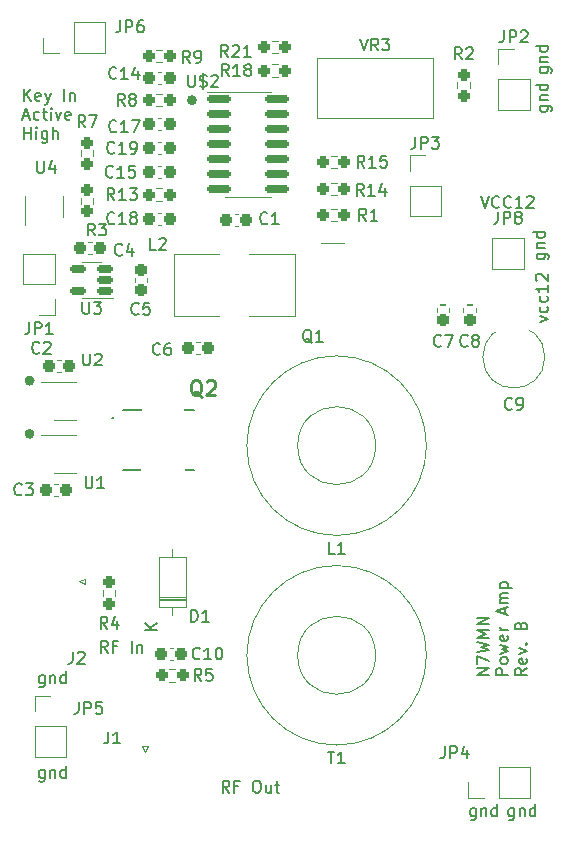
<source format=gto>
G04 #@! TF.GenerationSoftware,KiCad,Pcbnew,7.0.10*
G04 #@! TF.CreationDate,2024-04-06T15:52:41-07:00*
G04 #@! TF.ProjectId,powerAmp,706f7765-7241-46d7-902e-6b696361645f,rev?*
G04 #@! TF.SameCoordinates,Original*
G04 #@! TF.FileFunction,Legend,Top*
G04 #@! TF.FilePolarity,Positive*
%FSLAX46Y46*%
G04 Gerber Fmt 4.6, Leading zero omitted, Abs format (unit mm)*
G04 Created by KiCad (PCBNEW 7.0.10) date 2024-04-06 15:52:41*
%MOMM*%
%LPD*%
G01*
G04 APERTURE LIST*
G04 Aperture macros list*
%AMRoundRect*
0 Rectangle with rounded corners*
0 $1 Rounding radius*
0 $2 $3 $4 $5 $6 $7 $8 $9 X,Y pos of 4 corners*
0 Add a 4 corners polygon primitive as box body*
4,1,4,$2,$3,$4,$5,$6,$7,$8,$9,$2,$3,0*
0 Add four circle primitives for the rounded corners*
1,1,$1+$1,$2,$3*
1,1,$1+$1,$4,$5*
1,1,$1+$1,$6,$7*
1,1,$1+$1,$8,$9*
0 Add four rect primitives between the rounded corners*
20,1,$1+$1,$2,$3,$4,$5,0*
20,1,$1+$1,$4,$5,$6,$7,0*
20,1,$1+$1,$6,$7,$8,$9,0*
20,1,$1+$1,$8,$9,$2,$3,0*%
G04 Aperture macros list end*
%ADD10C,0.428553*%
%ADD11C,0.150000*%
%ADD12C,0.254000*%
%ADD13C,0.120000*%
%ADD14C,0.200000*%
%ADD15R,0.650000X1.560000*%
%ADD16RoundRect,0.237500X0.250000X0.237500X-0.250000X0.237500X-0.250000X-0.237500X0.250000X-0.237500X0*%
%ADD17R,1.600000X1.600000*%
%ADD18O,1.600000X1.600000*%
%ADD19RoundRect,0.237500X-0.300000X-0.237500X0.300000X-0.237500X0.300000X0.237500X-0.300000X0.237500X0*%
%ADD20RoundRect,0.150000X-0.825000X-0.150000X0.825000X-0.150000X0.825000X0.150000X-0.825000X0.150000X0*%
%ADD21RoundRect,0.237500X-0.250000X-0.237500X0.250000X-0.237500X0.250000X0.237500X-0.250000X0.237500X0*%
%ADD22R,1.700000X1.700000*%
%ADD23O,1.700000X1.700000*%
%ADD24C,1.600000*%
%ADD25R,1.560000X0.650000*%
%ADD26RoundRect,0.237500X-0.237500X0.250000X-0.237500X-0.250000X0.237500X-0.250000X0.237500X0.250000X0*%
%ADD27R,2.000000X1.500000*%
%ADD28R,2.000000X3.800000*%
%ADD29R,1.500000X5.080000*%
%ADD30R,1.270000X0.610000*%
%ADD31R,0.710000X0.610000*%
%ADD32R,0.310000X0.255000*%
%ADD33R,3.810000X1.650000*%
%ADD34RoundRect,0.237500X-0.237500X0.300000X-0.237500X-0.300000X0.237500X-0.300000X0.237500X0.300000X0*%
%ADD35RoundRect,0.237500X0.237500X-0.250000X0.237500X0.250000X-0.237500X0.250000X-0.237500X-0.250000X0*%
%ADD36RoundRect,0.237500X0.237500X-0.300000X0.237500X0.300000X-0.237500X0.300000X-0.237500X-0.300000X0*%
%ADD37RoundRect,0.237500X0.300000X0.237500X-0.300000X0.237500X-0.300000X-0.237500X0.300000X-0.237500X0*%
%ADD38C,3.000000*%
%ADD39C,2.000000*%
%ADD40R,5.080000X1.500000*%
%ADD41RoundRect,0.150000X0.512500X0.150000X-0.512500X0.150000X-0.512500X-0.150000X0.512500X-0.150000X0*%
%ADD42C,1.440000*%
G04 APERTURE END LIST*
D10*
X81369276Y-73755000D02*
G75*
G03*
X80940724Y-73755000I-214276J0D01*
G01*
X80940724Y-73755000D02*
G75*
G03*
X81369276Y-73755000I214276J0D01*
G01*
X67619276Y-102005000D02*
G75*
G03*
X67190724Y-102005000I-214276J0D01*
G01*
X67190724Y-102005000D02*
G75*
G03*
X67619276Y-102005000I214276J0D01*
G01*
X67619276Y-97505000D02*
G75*
G03*
X67190724Y-97505000I-214276J0D01*
G01*
X67190724Y-97505000D02*
G75*
G03*
X67619276Y-97505000I214276J0D01*
G01*
D11*
X68670350Y-130458152D02*
X68670350Y-131267676D01*
X68670350Y-131267676D02*
X68622731Y-131362914D01*
X68622731Y-131362914D02*
X68575112Y-131410533D01*
X68575112Y-131410533D02*
X68479874Y-131458152D01*
X68479874Y-131458152D02*
X68337017Y-131458152D01*
X68337017Y-131458152D02*
X68241779Y-131410533D01*
X68670350Y-131077200D02*
X68575112Y-131124819D01*
X68575112Y-131124819D02*
X68384636Y-131124819D01*
X68384636Y-131124819D02*
X68289398Y-131077200D01*
X68289398Y-131077200D02*
X68241779Y-131029580D01*
X68241779Y-131029580D02*
X68194160Y-130934342D01*
X68194160Y-130934342D02*
X68194160Y-130648628D01*
X68194160Y-130648628D02*
X68241779Y-130553390D01*
X68241779Y-130553390D02*
X68289398Y-130505771D01*
X68289398Y-130505771D02*
X68384636Y-130458152D01*
X68384636Y-130458152D02*
X68575112Y-130458152D01*
X68575112Y-130458152D02*
X68670350Y-130505771D01*
X69146541Y-130458152D02*
X69146541Y-131124819D01*
X69146541Y-130553390D02*
X69194160Y-130505771D01*
X69194160Y-130505771D02*
X69289398Y-130458152D01*
X69289398Y-130458152D02*
X69432255Y-130458152D01*
X69432255Y-130458152D02*
X69527493Y-130505771D01*
X69527493Y-130505771D02*
X69575112Y-130601009D01*
X69575112Y-130601009D02*
X69575112Y-131124819D01*
X70479874Y-131124819D02*
X70479874Y-130124819D01*
X70479874Y-131077200D02*
X70384636Y-131124819D01*
X70384636Y-131124819D02*
X70194160Y-131124819D01*
X70194160Y-131124819D02*
X70098922Y-131077200D01*
X70098922Y-131077200D02*
X70051303Y-131029580D01*
X70051303Y-131029580D02*
X70003684Y-130934342D01*
X70003684Y-130934342D02*
X70003684Y-130648628D01*
X70003684Y-130648628D02*
X70051303Y-130553390D01*
X70051303Y-130553390D02*
X70098922Y-130505771D01*
X70098922Y-130505771D02*
X70194160Y-130458152D01*
X70194160Y-130458152D02*
X70384636Y-130458152D01*
X70384636Y-130458152D02*
X70479874Y-130505771D01*
X110608152Y-92513458D02*
X111274819Y-92275363D01*
X111274819Y-92275363D02*
X110608152Y-92037268D01*
X111227200Y-91227744D02*
X111274819Y-91322982D01*
X111274819Y-91322982D02*
X111274819Y-91513458D01*
X111274819Y-91513458D02*
X111227200Y-91608696D01*
X111227200Y-91608696D02*
X111179580Y-91656315D01*
X111179580Y-91656315D02*
X111084342Y-91703934D01*
X111084342Y-91703934D02*
X110798628Y-91703934D01*
X110798628Y-91703934D02*
X110703390Y-91656315D01*
X110703390Y-91656315D02*
X110655771Y-91608696D01*
X110655771Y-91608696D02*
X110608152Y-91513458D01*
X110608152Y-91513458D02*
X110608152Y-91322982D01*
X110608152Y-91322982D02*
X110655771Y-91227744D01*
X111227200Y-90370601D02*
X111274819Y-90465839D01*
X111274819Y-90465839D02*
X111274819Y-90656315D01*
X111274819Y-90656315D02*
X111227200Y-90751553D01*
X111227200Y-90751553D02*
X111179580Y-90799172D01*
X111179580Y-90799172D02*
X111084342Y-90846791D01*
X111084342Y-90846791D02*
X110798628Y-90846791D01*
X110798628Y-90846791D02*
X110703390Y-90799172D01*
X110703390Y-90799172D02*
X110655771Y-90751553D01*
X110655771Y-90751553D02*
X110608152Y-90656315D01*
X110608152Y-90656315D02*
X110608152Y-90465839D01*
X110608152Y-90465839D02*
X110655771Y-90370601D01*
X111274819Y-89418220D02*
X111274819Y-89989648D01*
X111274819Y-89703934D02*
X110274819Y-89703934D01*
X110274819Y-89703934D02*
X110417676Y-89799172D01*
X110417676Y-89799172D02*
X110512914Y-89894410D01*
X110512914Y-89894410D02*
X110560533Y-89989648D01*
X110370057Y-89037267D02*
X110322438Y-88989648D01*
X110322438Y-88989648D02*
X110274819Y-88894410D01*
X110274819Y-88894410D02*
X110274819Y-88656315D01*
X110274819Y-88656315D02*
X110322438Y-88561077D01*
X110322438Y-88561077D02*
X110370057Y-88513458D01*
X110370057Y-88513458D02*
X110465295Y-88465839D01*
X110465295Y-88465839D02*
X110560533Y-88465839D01*
X110560533Y-88465839D02*
X110703390Y-88513458D01*
X110703390Y-88513458D02*
X111274819Y-89084886D01*
X111274819Y-89084886D02*
X111274819Y-88465839D01*
X110358152Y-86739649D02*
X111167676Y-86739649D01*
X111167676Y-86739649D02*
X111262914Y-86787268D01*
X111262914Y-86787268D02*
X111310533Y-86834887D01*
X111310533Y-86834887D02*
X111358152Y-86930125D01*
X111358152Y-86930125D02*
X111358152Y-87072982D01*
X111358152Y-87072982D02*
X111310533Y-87168220D01*
X110977200Y-86739649D02*
X111024819Y-86834887D01*
X111024819Y-86834887D02*
X111024819Y-87025363D01*
X111024819Y-87025363D02*
X110977200Y-87120601D01*
X110977200Y-87120601D02*
X110929580Y-87168220D01*
X110929580Y-87168220D02*
X110834342Y-87215839D01*
X110834342Y-87215839D02*
X110548628Y-87215839D01*
X110548628Y-87215839D02*
X110453390Y-87168220D01*
X110453390Y-87168220D02*
X110405771Y-87120601D01*
X110405771Y-87120601D02*
X110358152Y-87025363D01*
X110358152Y-87025363D02*
X110358152Y-86834887D01*
X110358152Y-86834887D02*
X110405771Y-86739649D01*
X110358152Y-86263458D02*
X111024819Y-86263458D01*
X110453390Y-86263458D02*
X110405771Y-86215839D01*
X110405771Y-86215839D02*
X110358152Y-86120601D01*
X110358152Y-86120601D02*
X110358152Y-85977744D01*
X110358152Y-85977744D02*
X110405771Y-85882506D01*
X110405771Y-85882506D02*
X110501009Y-85834887D01*
X110501009Y-85834887D02*
X111024819Y-85834887D01*
X111024819Y-84930125D02*
X110024819Y-84930125D01*
X110977200Y-84930125D02*
X111024819Y-85025363D01*
X111024819Y-85025363D02*
X111024819Y-85215839D01*
X111024819Y-85215839D02*
X110977200Y-85311077D01*
X110977200Y-85311077D02*
X110929580Y-85358696D01*
X110929580Y-85358696D02*
X110834342Y-85406315D01*
X110834342Y-85406315D02*
X110548628Y-85406315D01*
X110548628Y-85406315D02*
X110453390Y-85358696D01*
X110453390Y-85358696D02*
X110405771Y-85311077D01*
X110405771Y-85311077D02*
X110358152Y-85215839D01*
X110358152Y-85215839D02*
X110358152Y-85025363D01*
X110358152Y-85025363D02*
X110405771Y-84930125D01*
X68670350Y-122458152D02*
X68670350Y-123267676D01*
X68670350Y-123267676D02*
X68622731Y-123362914D01*
X68622731Y-123362914D02*
X68575112Y-123410533D01*
X68575112Y-123410533D02*
X68479874Y-123458152D01*
X68479874Y-123458152D02*
X68337017Y-123458152D01*
X68337017Y-123458152D02*
X68241779Y-123410533D01*
X68670350Y-123077200D02*
X68575112Y-123124819D01*
X68575112Y-123124819D02*
X68384636Y-123124819D01*
X68384636Y-123124819D02*
X68289398Y-123077200D01*
X68289398Y-123077200D02*
X68241779Y-123029580D01*
X68241779Y-123029580D02*
X68194160Y-122934342D01*
X68194160Y-122934342D02*
X68194160Y-122648628D01*
X68194160Y-122648628D02*
X68241779Y-122553390D01*
X68241779Y-122553390D02*
X68289398Y-122505771D01*
X68289398Y-122505771D02*
X68384636Y-122458152D01*
X68384636Y-122458152D02*
X68575112Y-122458152D01*
X68575112Y-122458152D02*
X68670350Y-122505771D01*
X69146541Y-122458152D02*
X69146541Y-123124819D01*
X69146541Y-122553390D02*
X69194160Y-122505771D01*
X69194160Y-122505771D02*
X69289398Y-122458152D01*
X69289398Y-122458152D02*
X69432255Y-122458152D01*
X69432255Y-122458152D02*
X69527493Y-122505771D01*
X69527493Y-122505771D02*
X69575112Y-122601009D01*
X69575112Y-122601009D02*
X69575112Y-123124819D01*
X70479874Y-123124819D02*
X70479874Y-122124819D01*
X70479874Y-123077200D02*
X70384636Y-123124819D01*
X70384636Y-123124819D02*
X70194160Y-123124819D01*
X70194160Y-123124819D02*
X70098922Y-123077200D01*
X70098922Y-123077200D02*
X70051303Y-123029580D01*
X70051303Y-123029580D02*
X70003684Y-122934342D01*
X70003684Y-122934342D02*
X70003684Y-122648628D01*
X70003684Y-122648628D02*
X70051303Y-122553390D01*
X70051303Y-122553390D02*
X70098922Y-122505771D01*
X70098922Y-122505771D02*
X70194160Y-122458152D01*
X70194160Y-122458152D02*
X70384636Y-122458152D01*
X70384636Y-122458152D02*
X70479874Y-122505771D01*
X110608152Y-74239649D02*
X111417676Y-74239649D01*
X111417676Y-74239649D02*
X111512914Y-74287268D01*
X111512914Y-74287268D02*
X111560533Y-74334887D01*
X111560533Y-74334887D02*
X111608152Y-74430125D01*
X111608152Y-74430125D02*
X111608152Y-74572982D01*
X111608152Y-74572982D02*
X111560533Y-74668220D01*
X111227200Y-74239649D02*
X111274819Y-74334887D01*
X111274819Y-74334887D02*
X111274819Y-74525363D01*
X111274819Y-74525363D02*
X111227200Y-74620601D01*
X111227200Y-74620601D02*
X111179580Y-74668220D01*
X111179580Y-74668220D02*
X111084342Y-74715839D01*
X111084342Y-74715839D02*
X110798628Y-74715839D01*
X110798628Y-74715839D02*
X110703390Y-74668220D01*
X110703390Y-74668220D02*
X110655771Y-74620601D01*
X110655771Y-74620601D02*
X110608152Y-74525363D01*
X110608152Y-74525363D02*
X110608152Y-74334887D01*
X110608152Y-74334887D02*
X110655771Y-74239649D01*
X110608152Y-73763458D02*
X111274819Y-73763458D01*
X110703390Y-73763458D02*
X110655771Y-73715839D01*
X110655771Y-73715839D02*
X110608152Y-73620601D01*
X110608152Y-73620601D02*
X110608152Y-73477744D01*
X110608152Y-73477744D02*
X110655771Y-73382506D01*
X110655771Y-73382506D02*
X110751009Y-73334887D01*
X110751009Y-73334887D02*
X111274819Y-73334887D01*
X111274819Y-72430125D02*
X110274819Y-72430125D01*
X111227200Y-72430125D02*
X111274819Y-72525363D01*
X111274819Y-72525363D02*
X111274819Y-72715839D01*
X111274819Y-72715839D02*
X111227200Y-72811077D01*
X111227200Y-72811077D02*
X111179580Y-72858696D01*
X111179580Y-72858696D02*
X111084342Y-72906315D01*
X111084342Y-72906315D02*
X110798628Y-72906315D01*
X110798628Y-72906315D02*
X110703390Y-72858696D01*
X110703390Y-72858696D02*
X110655771Y-72811077D01*
X110655771Y-72811077D02*
X110608152Y-72715839D01*
X110608152Y-72715839D02*
X110608152Y-72525363D01*
X110608152Y-72525363D02*
X110655771Y-72430125D01*
X110608152Y-70989649D02*
X111417676Y-70989649D01*
X111417676Y-70989649D02*
X111512914Y-71037268D01*
X111512914Y-71037268D02*
X111560533Y-71084887D01*
X111560533Y-71084887D02*
X111608152Y-71180125D01*
X111608152Y-71180125D02*
X111608152Y-71322982D01*
X111608152Y-71322982D02*
X111560533Y-71418220D01*
X111227200Y-70989649D02*
X111274819Y-71084887D01*
X111274819Y-71084887D02*
X111274819Y-71275363D01*
X111274819Y-71275363D02*
X111227200Y-71370601D01*
X111227200Y-71370601D02*
X111179580Y-71418220D01*
X111179580Y-71418220D02*
X111084342Y-71465839D01*
X111084342Y-71465839D02*
X110798628Y-71465839D01*
X110798628Y-71465839D02*
X110703390Y-71418220D01*
X110703390Y-71418220D02*
X110655771Y-71370601D01*
X110655771Y-71370601D02*
X110608152Y-71275363D01*
X110608152Y-71275363D02*
X110608152Y-71084887D01*
X110608152Y-71084887D02*
X110655771Y-70989649D01*
X110608152Y-70513458D02*
X111274819Y-70513458D01*
X110703390Y-70513458D02*
X110655771Y-70465839D01*
X110655771Y-70465839D02*
X110608152Y-70370601D01*
X110608152Y-70370601D02*
X110608152Y-70227744D01*
X110608152Y-70227744D02*
X110655771Y-70132506D01*
X110655771Y-70132506D02*
X110751009Y-70084887D01*
X110751009Y-70084887D02*
X111274819Y-70084887D01*
X111274819Y-69180125D02*
X110274819Y-69180125D01*
X111227200Y-69180125D02*
X111274819Y-69275363D01*
X111274819Y-69275363D02*
X111274819Y-69465839D01*
X111274819Y-69465839D02*
X111227200Y-69561077D01*
X111227200Y-69561077D02*
X111179580Y-69608696D01*
X111179580Y-69608696D02*
X111084342Y-69656315D01*
X111084342Y-69656315D02*
X110798628Y-69656315D01*
X110798628Y-69656315D02*
X110703390Y-69608696D01*
X110703390Y-69608696D02*
X110655771Y-69561077D01*
X110655771Y-69561077D02*
X110608152Y-69465839D01*
X110608152Y-69465839D02*
X110608152Y-69275363D01*
X110608152Y-69275363D02*
X110655771Y-69180125D01*
X105598922Y-81874819D02*
X105932255Y-82874819D01*
X105932255Y-82874819D02*
X106265588Y-81874819D01*
X107170350Y-82779580D02*
X107122731Y-82827200D01*
X107122731Y-82827200D02*
X106979874Y-82874819D01*
X106979874Y-82874819D02*
X106884636Y-82874819D01*
X106884636Y-82874819D02*
X106741779Y-82827200D01*
X106741779Y-82827200D02*
X106646541Y-82731961D01*
X106646541Y-82731961D02*
X106598922Y-82636723D01*
X106598922Y-82636723D02*
X106551303Y-82446247D01*
X106551303Y-82446247D02*
X106551303Y-82303390D01*
X106551303Y-82303390D02*
X106598922Y-82112914D01*
X106598922Y-82112914D02*
X106646541Y-82017676D01*
X106646541Y-82017676D02*
X106741779Y-81922438D01*
X106741779Y-81922438D02*
X106884636Y-81874819D01*
X106884636Y-81874819D02*
X106979874Y-81874819D01*
X106979874Y-81874819D02*
X107122731Y-81922438D01*
X107122731Y-81922438D02*
X107170350Y-81970057D01*
X108170350Y-82779580D02*
X108122731Y-82827200D01*
X108122731Y-82827200D02*
X107979874Y-82874819D01*
X107979874Y-82874819D02*
X107884636Y-82874819D01*
X107884636Y-82874819D02*
X107741779Y-82827200D01*
X107741779Y-82827200D02*
X107646541Y-82731961D01*
X107646541Y-82731961D02*
X107598922Y-82636723D01*
X107598922Y-82636723D02*
X107551303Y-82446247D01*
X107551303Y-82446247D02*
X107551303Y-82303390D01*
X107551303Y-82303390D02*
X107598922Y-82112914D01*
X107598922Y-82112914D02*
X107646541Y-82017676D01*
X107646541Y-82017676D02*
X107741779Y-81922438D01*
X107741779Y-81922438D02*
X107884636Y-81874819D01*
X107884636Y-81874819D02*
X107979874Y-81874819D01*
X107979874Y-81874819D02*
X108122731Y-81922438D01*
X108122731Y-81922438D02*
X108170350Y-81970057D01*
X109122731Y-82874819D02*
X108551303Y-82874819D01*
X108837017Y-82874819D02*
X108837017Y-81874819D01*
X108837017Y-81874819D02*
X108741779Y-82017676D01*
X108741779Y-82017676D02*
X108646541Y-82112914D01*
X108646541Y-82112914D02*
X108551303Y-82160533D01*
X109503684Y-81970057D02*
X109551303Y-81922438D01*
X109551303Y-81922438D02*
X109646541Y-81874819D01*
X109646541Y-81874819D02*
X109884636Y-81874819D01*
X109884636Y-81874819D02*
X109979874Y-81922438D01*
X109979874Y-81922438D02*
X110027493Y-81970057D01*
X110027493Y-81970057D02*
X110075112Y-82065295D01*
X110075112Y-82065295D02*
X110075112Y-82160533D01*
X110075112Y-82160533D02*
X110027493Y-82303390D01*
X110027493Y-82303390D02*
X109456065Y-82874819D01*
X109456065Y-82874819D02*
X110075112Y-82874819D01*
X108420350Y-133708152D02*
X108420350Y-134517676D01*
X108420350Y-134517676D02*
X108372731Y-134612914D01*
X108372731Y-134612914D02*
X108325112Y-134660533D01*
X108325112Y-134660533D02*
X108229874Y-134708152D01*
X108229874Y-134708152D02*
X108087017Y-134708152D01*
X108087017Y-134708152D02*
X107991779Y-134660533D01*
X108420350Y-134327200D02*
X108325112Y-134374819D01*
X108325112Y-134374819D02*
X108134636Y-134374819D01*
X108134636Y-134374819D02*
X108039398Y-134327200D01*
X108039398Y-134327200D02*
X107991779Y-134279580D01*
X107991779Y-134279580D02*
X107944160Y-134184342D01*
X107944160Y-134184342D02*
X107944160Y-133898628D01*
X107944160Y-133898628D02*
X107991779Y-133803390D01*
X107991779Y-133803390D02*
X108039398Y-133755771D01*
X108039398Y-133755771D02*
X108134636Y-133708152D01*
X108134636Y-133708152D02*
X108325112Y-133708152D01*
X108325112Y-133708152D02*
X108420350Y-133755771D01*
X108896541Y-133708152D02*
X108896541Y-134374819D01*
X108896541Y-133803390D02*
X108944160Y-133755771D01*
X108944160Y-133755771D02*
X109039398Y-133708152D01*
X109039398Y-133708152D02*
X109182255Y-133708152D01*
X109182255Y-133708152D02*
X109277493Y-133755771D01*
X109277493Y-133755771D02*
X109325112Y-133851009D01*
X109325112Y-133851009D02*
X109325112Y-134374819D01*
X110229874Y-134374819D02*
X110229874Y-133374819D01*
X110229874Y-134327200D02*
X110134636Y-134374819D01*
X110134636Y-134374819D02*
X109944160Y-134374819D01*
X109944160Y-134374819D02*
X109848922Y-134327200D01*
X109848922Y-134327200D02*
X109801303Y-134279580D01*
X109801303Y-134279580D02*
X109753684Y-134184342D01*
X109753684Y-134184342D02*
X109753684Y-133898628D01*
X109753684Y-133898628D02*
X109801303Y-133803390D01*
X109801303Y-133803390D02*
X109848922Y-133755771D01*
X109848922Y-133755771D02*
X109944160Y-133708152D01*
X109944160Y-133708152D02*
X110134636Y-133708152D01*
X110134636Y-133708152D02*
X110229874Y-133755771D01*
X84313207Y-132374819D02*
X83979874Y-131898628D01*
X83741779Y-132374819D02*
X83741779Y-131374819D01*
X83741779Y-131374819D02*
X84122731Y-131374819D01*
X84122731Y-131374819D02*
X84217969Y-131422438D01*
X84217969Y-131422438D02*
X84265588Y-131470057D01*
X84265588Y-131470057D02*
X84313207Y-131565295D01*
X84313207Y-131565295D02*
X84313207Y-131708152D01*
X84313207Y-131708152D02*
X84265588Y-131803390D01*
X84265588Y-131803390D02*
X84217969Y-131851009D01*
X84217969Y-131851009D02*
X84122731Y-131898628D01*
X84122731Y-131898628D02*
X83741779Y-131898628D01*
X85075112Y-131851009D02*
X84741779Y-131851009D01*
X84741779Y-132374819D02*
X84741779Y-131374819D01*
X84741779Y-131374819D02*
X85217969Y-131374819D01*
X86551303Y-131374819D02*
X86741779Y-131374819D01*
X86741779Y-131374819D02*
X86837017Y-131422438D01*
X86837017Y-131422438D02*
X86932255Y-131517676D01*
X86932255Y-131517676D02*
X86979874Y-131708152D01*
X86979874Y-131708152D02*
X86979874Y-132041485D01*
X86979874Y-132041485D02*
X86932255Y-132231961D01*
X86932255Y-132231961D02*
X86837017Y-132327200D01*
X86837017Y-132327200D02*
X86741779Y-132374819D01*
X86741779Y-132374819D02*
X86551303Y-132374819D01*
X86551303Y-132374819D02*
X86456065Y-132327200D01*
X86456065Y-132327200D02*
X86360827Y-132231961D01*
X86360827Y-132231961D02*
X86313208Y-132041485D01*
X86313208Y-132041485D02*
X86313208Y-131708152D01*
X86313208Y-131708152D02*
X86360827Y-131517676D01*
X86360827Y-131517676D02*
X86456065Y-131422438D01*
X86456065Y-131422438D02*
X86551303Y-131374819D01*
X87837017Y-131708152D02*
X87837017Y-132374819D01*
X87408446Y-131708152D02*
X87408446Y-132231961D01*
X87408446Y-132231961D02*
X87456065Y-132327200D01*
X87456065Y-132327200D02*
X87551303Y-132374819D01*
X87551303Y-132374819D02*
X87694160Y-132374819D01*
X87694160Y-132374819D02*
X87789398Y-132327200D01*
X87789398Y-132327200D02*
X87837017Y-132279580D01*
X88170351Y-131708152D02*
X88551303Y-131708152D01*
X88313208Y-131374819D02*
X88313208Y-132231961D01*
X88313208Y-132231961D02*
X88360827Y-132327200D01*
X88360827Y-132327200D02*
X88456065Y-132374819D01*
X88456065Y-132374819D02*
X88551303Y-132374819D01*
X74013207Y-120524819D02*
X73679874Y-120048628D01*
X73441779Y-120524819D02*
X73441779Y-119524819D01*
X73441779Y-119524819D02*
X73822731Y-119524819D01*
X73822731Y-119524819D02*
X73917969Y-119572438D01*
X73917969Y-119572438D02*
X73965588Y-119620057D01*
X73965588Y-119620057D02*
X74013207Y-119715295D01*
X74013207Y-119715295D02*
X74013207Y-119858152D01*
X74013207Y-119858152D02*
X73965588Y-119953390D01*
X73965588Y-119953390D02*
X73917969Y-120001009D01*
X73917969Y-120001009D02*
X73822731Y-120048628D01*
X73822731Y-120048628D02*
X73441779Y-120048628D01*
X74775112Y-120001009D02*
X74441779Y-120001009D01*
X74441779Y-120524819D02*
X74441779Y-119524819D01*
X74441779Y-119524819D02*
X74917969Y-119524819D01*
X76060827Y-120524819D02*
X76060827Y-119524819D01*
X76537017Y-119858152D02*
X76537017Y-120524819D01*
X76537017Y-119953390D02*
X76584636Y-119905771D01*
X76584636Y-119905771D02*
X76679874Y-119858152D01*
X76679874Y-119858152D02*
X76822731Y-119858152D01*
X76822731Y-119858152D02*
X76917969Y-119905771D01*
X76917969Y-119905771D02*
X76965588Y-120001009D01*
X76965588Y-120001009D02*
X76965588Y-120524819D01*
X66941779Y-73804819D02*
X66941779Y-72804819D01*
X67513207Y-73804819D02*
X67084636Y-73233390D01*
X67513207Y-72804819D02*
X66941779Y-73376247D01*
X68322731Y-73757200D02*
X68227493Y-73804819D01*
X68227493Y-73804819D02*
X68037017Y-73804819D01*
X68037017Y-73804819D02*
X67941779Y-73757200D01*
X67941779Y-73757200D02*
X67894160Y-73661961D01*
X67894160Y-73661961D02*
X67894160Y-73281009D01*
X67894160Y-73281009D02*
X67941779Y-73185771D01*
X67941779Y-73185771D02*
X68037017Y-73138152D01*
X68037017Y-73138152D02*
X68227493Y-73138152D01*
X68227493Y-73138152D02*
X68322731Y-73185771D01*
X68322731Y-73185771D02*
X68370350Y-73281009D01*
X68370350Y-73281009D02*
X68370350Y-73376247D01*
X68370350Y-73376247D02*
X67894160Y-73471485D01*
X68703684Y-73138152D02*
X68941779Y-73804819D01*
X69179874Y-73138152D02*
X68941779Y-73804819D01*
X68941779Y-73804819D02*
X68846541Y-74042914D01*
X68846541Y-74042914D02*
X68798922Y-74090533D01*
X68798922Y-74090533D02*
X68703684Y-74138152D01*
X70322732Y-73804819D02*
X70322732Y-72804819D01*
X70798922Y-73138152D02*
X70798922Y-73804819D01*
X70798922Y-73233390D02*
X70846541Y-73185771D01*
X70846541Y-73185771D02*
X70941779Y-73138152D01*
X70941779Y-73138152D02*
X71084636Y-73138152D01*
X71084636Y-73138152D02*
X71179874Y-73185771D01*
X71179874Y-73185771D02*
X71227493Y-73281009D01*
X71227493Y-73281009D02*
X71227493Y-73804819D01*
X66894160Y-75129104D02*
X67370350Y-75129104D01*
X66798922Y-75414819D02*
X67132255Y-74414819D01*
X67132255Y-74414819D02*
X67465588Y-75414819D01*
X68227493Y-75367200D02*
X68132255Y-75414819D01*
X68132255Y-75414819D02*
X67941779Y-75414819D01*
X67941779Y-75414819D02*
X67846541Y-75367200D01*
X67846541Y-75367200D02*
X67798922Y-75319580D01*
X67798922Y-75319580D02*
X67751303Y-75224342D01*
X67751303Y-75224342D02*
X67751303Y-74938628D01*
X67751303Y-74938628D02*
X67798922Y-74843390D01*
X67798922Y-74843390D02*
X67846541Y-74795771D01*
X67846541Y-74795771D02*
X67941779Y-74748152D01*
X67941779Y-74748152D02*
X68132255Y-74748152D01*
X68132255Y-74748152D02*
X68227493Y-74795771D01*
X68513208Y-74748152D02*
X68894160Y-74748152D01*
X68656065Y-74414819D02*
X68656065Y-75271961D01*
X68656065Y-75271961D02*
X68703684Y-75367200D01*
X68703684Y-75367200D02*
X68798922Y-75414819D01*
X68798922Y-75414819D02*
X68894160Y-75414819D01*
X69227494Y-75414819D02*
X69227494Y-74748152D01*
X69227494Y-74414819D02*
X69179875Y-74462438D01*
X69179875Y-74462438D02*
X69227494Y-74510057D01*
X69227494Y-74510057D02*
X69275113Y-74462438D01*
X69275113Y-74462438D02*
X69227494Y-74414819D01*
X69227494Y-74414819D02*
X69227494Y-74510057D01*
X69608446Y-74748152D02*
X69846541Y-75414819D01*
X69846541Y-75414819D02*
X70084636Y-74748152D01*
X70846541Y-75367200D02*
X70751303Y-75414819D01*
X70751303Y-75414819D02*
X70560827Y-75414819D01*
X70560827Y-75414819D02*
X70465589Y-75367200D01*
X70465589Y-75367200D02*
X70417970Y-75271961D01*
X70417970Y-75271961D02*
X70417970Y-74891009D01*
X70417970Y-74891009D02*
X70465589Y-74795771D01*
X70465589Y-74795771D02*
X70560827Y-74748152D01*
X70560827Y-74748152D02*
X70751303Y-74748152D01*
X70751303Y-74748152D02*
X70846541Y-74795771D01*
X70846541Y-74795771D02*
X70894160Y-74891009D01*
X70894160Y-74891009D02*
X70894160Y-74986247D01*
X70894160Y-74986247D02*
X70417970Y-75081485D01*
X66941779Y-77024819D02*
X66941779Y-76024819D01*
X66941779Y-76501009D02*
X67513207Y-76501009D01*
X67513207Y-77024819D02*
X67513207Y-76024819D01*
X67989398Y-77024819D02*
X67989398Y-76358152D01*
X67989398Y-76024819D02*
X67941779Y-76072438D01*
X67941779Y-76072438D02*
X67989398Y-76120057D01*
X67989398Y-76120057D02*
X68037017Y-76072438D01*
X68037017Y-76072438D02*
X67989398Y-76024819D01*
X67989398Y-76024819D02*
X67989398Y-76120057D01*
X68894159Y-76358152D02*
X68894159Y-77167676D01*
X68894159Y-77167676D02*
X68846540Y-77262914D01*
X68846540Y-77262914D02*
X68798921Y-77310533D01*
X68798921Y-77310533D02*
X68703683Y-77358152D01*
X68703683Y-77358152D02*
X68560826Y-77358152D01*
X68560826Y-77358152D02*
X68465588Y-77310533D01*
X68894159Y-76977200D02*
X68798921Y-77024819D01*
X68798921Y-77024819D02*
X68608445Y-77024819D01*
X68608445Y-77024819D02*
X68513207Y-76977200D01*
X68513207Y-76977200D02*
X68465588Y-76929580D01*
X68465588Y-76929580D02*
X68417969Y-76834342D01*
X68417969Y-76834342D02*
X68417969Y-76548628D01*
X68417969Y-76548628D02*
X68465588Y-76453390D01*
X68465588Y-76453390D02*
X68513207Y-76405771D01*
X68513207Y-76405771D02*
X68608445Y-76358152D01*
X68608445Y-76358152D02*
X68798921Y-76358152D01*
X68798921Y-76358152D02*
X68894159Y-76405771D01*
X69370350Y-77024819D02*
X69370350Y-76024819D01*
X69798921Y-77024819D02*
X69798921Y-76501009D01*
X69798921Y-76501009D02*
X69751302Y-76405771D01*
X69751302Y-76405771D02*
X69656064Y-76358152D01*
X69656064Y-76358152D02*
X69513207Y-76358152D01*
X69513207Y-76358152D02*
X69417969Y-76405771D01*
X69417969Y-76405771D02*
X69370350Y-76453390D01*
X106304819Y-122418220D02*
X105304819Y-122418220D01*
X105304819Y-122418220D02*
X106304819Y-121846792D01*
X106304819Y-121846792D02*
X105304819Y-121846792D01*
X105304819Y-121465839D02*
X105304819Y-120799173D01*
X105304819Y-120799173D02*
X106304819Y-121227744D01*
X105304819Y-120513458D02*
X106304819Y-120275363D01*
X106304819Y-120275363D02*
X105590533Y-120084887D01*
X105590533Y-120084887D02*
X106304819Y-119894411D01*
X106304819Y-119894411D02*
X105304819Y-119656316D01*
X106304819Y-119275363D02*
X105304819Y-119275363D01*
X105304819Y-119275363D02*
X106019104Y-118942030D01*
X106019104Y-118942030D02*
X105304819Y-118608697D01*
X105304819Y-118608697D02*
X106304819Y-118608697D01*
X106304819Y-118132506D02*
X105304819Y-118132506D01*
X105304819Y-118132506D02*
X106304819Y-117561078D01*
X106304819Y-117561078D02*
X105304819Y-117561078D01*
X107914819Y-122418220D02*
X106914819Y-122418220D01*
X106914819Y-122418220D02*
X106914819Y-122037268D01*
X106914819Y-122037268D02*
X106962438Y-121942030D01*
X106962438Y-121942030D02*
X107010057Y-121894411D01*
X107010057Y-121894411D02*
X107105295Y-121846792D01*
X107105295Y-121846792D02*
X107248152Y-121846792D01*
X107248152Y-121846792D02*
X107343390Y-121894411D01*
X107343390Y-121894411D02*
X107391009Y-121942030D01*
X107391009Y-121942030D02*
X107438628Y-122037268D01*
X107438628Y-122037268D02*
X107438628Y-122418220D01*
X107914819Y-121275363D02*
X107867200Y-121370601D01*
X107867200Y-121370601D02*
X107819580Y-121418220D01*
X107819580Y-121418220D02*
X107724342Y-121465839D01*
X107724342Y-121465839D02*
X107438628Y-121465839D01*
X107438628Y-121465839D02*
X107343390Y-121418220D01*
X107343390Y-121418220D02*
X107295771Y-121370601D01*
X107295771Y-121370601D02*
X107248152Y-121275363D01*
X107248152Y-121275363D02*
X107248152Y-121132506D01*
X107248152Y-121132506D02*
X107295771Y-121037268D01*
X107295771Y-121037268D02*
X107343390Y-120989649D01*
X107343390Y-120989649D02*
X107438628Y-120942030D01*
X107438628Y-120942030D02*
X107724342Y-120942030D01*
X107724342Y-120942030D02*
X107819580Y-120989649D01*
X107819580Y-120989649D02*
X107867200Y-121037268D01*
X107867200Y-121037268D02*
X107914819Y-121132506D01*
X107914819Y-121132506D02*
X107914819Y-121275363D01*
X107248152Y-120608696D02*
X107914819Y-120418220D01*
X107914819Y-120418220D02*
X107438628Y-120227744D01*
X107438628Y-120227744D02*
X107914819Y-120037268D01*
X107914819Y-120037268D02*
X107248152Y-119846792D01*
X107867200Y-119084887D02*
X107914819Y-119180125D01*
X107914819Y-119180125D02*
X107914819Y-119370601D01*
X107914819Y-119370601D02*
X107867200Y-119465839D01*
X107867200Y-119465839D02*
X107771961Y-119513458D01*
X107771961Y-119513458D02*
X107391009Y-119513458D01*
X107391009Y-119513458D02*
X107295771Y-119465839D01*
X107295771Y-119465839D02*
X107248152Y-119370601D01*
X107248152Y-119370601D02*
X107248152Y-119180125D01*
X107248152Y-119180125D02*
X107295771Y-119084887D01*
X107295771Y-119084887D02*
X107391009Y-119037268D01*
X107391009Y-119037268D02*
X107486247Y-119037268D01*
X107486247Y-119037268D02*
X107581485Y-119513458D01*
X107914819Y-118608696D02*
X107248152Y-118608696D01*
X107438628Y-118608696D02*
X107343390Y-118561077D01*
X107343390Y-118561077D02*
X107295771Y-118513458D01*
X107295771Y-118513458D02*
X107248152Y-118418220D01*
X107248152Y-118418220D02*
X107248152Y-118322982D01*
X107629104Y-117275362D02*
X107629104Y-116799172D01*
X107914819Y-117370600D02*
X106914819Y-117037267D01*
X106914819Y-117037267D02*
X107914819Y-116703934D01*
X107914819Y-116370600D02*
X107248152Y-116370600D01*
X107343390Y-116370600D02*
X107295771Y-116322981D01*
X107295771Y-116322981D02*
X107248152Y-116227743D01*
X107248152Y-116227743D02*
X107248152Y-116084886D01*
X107248152Y-116084886D02*
X107295771Y-115989648D01*
X107295771Y-115989648D02*
X107391009Y-115942029D01*
X107391009Y-115942029D02*
X107914819Y-115942029D01*
X107391009Y-115942029D02*
X107295771Y-115894410D01*
X107295771Y-115894410D02*
X107248152Y-115799172D01*
X107248152Y-115799172D02*
X107248152Y-115656315D01*
X107248152Y-115656315D02*
X107295771Y-115561076D01*
X107295771Y-115561076D02*
X107391009Y-115513457D01*
X107391009Y-115513457D02*
X107914819Y-115513457D01*
X107248152Y-115037267D02*
X108248152Y-115037267D01*
X107295771Y-115037267D02*
X107248152Y-114942029D01*
X107248152Y-114942029D02*
X107248152Y-114751553D01*
X107248152Y-114751553D02*
X107295771Y-114656315D01*
X107295771Y-114656315D02*
X107343390Y-114608696D01*
X107343390Y-114608696D02*
X107438628Y-114561077D01*
X107438628Y-114561077D02*
X107724342Y-114561077D01*
X107724342Y-114561077D02*
X107819580Y-114608696D01*
X107819580Y-114608696D02*
X107867200Y-114656315D01*
X107867200Y-114656315D02*
X107914819Y-114751553D01*
X107914819Y-114751553D02*
X107914819Y-114942029D01*
X107914819Y-114942029D02*
X107867200Y-115037267D01*
X109524819Y-121846792D02*
X109048628Y-122180125D01*
X109524819Y-122418220D02*
X108524819Y-122418220D01*
X108524819Y-122418220D02*
X108524819Y-122037268D01*
X108524819Y-122037268D02*
X108572438Y-121942030D01*
X108572438Y-121942030D02*
X108620057Y-121894411D01*
X108620057Y-121894411D02*
X108715295Y-121846792D01*
X108715295Y-121846792D02*
X108858152Y-121846792D01*
X108858152Y-121846792D02*
X108953390Y-121894411D01*
X108953390Y-121894411D02*
X109001009Y-121942030D01*
X109001009Y-121942030D02*
X109048628Y-122037268D01*
X109048628Y-122037268D02*
X109048628Y-122418220D01*
X109477200Y-121037268D02*
X109524819Y-121132506D01*
X109524819Y-121132506D02*
X109524819Y-121322982D01*
X109524819Y-121322982D02*
X109477200Y-121418220D01*
X109477200Y-121418220D02*
X109381961Y-121465839D01*
X109381961Y-121465839D02*
X109001009Y-121465839D01*
X109001009Y-121465839D02*
X108905771Y-121418220D01*
X108905771Y-121418220D02*
X108858152Y-121322982D01*
X108858152Y-121322982D02*
X108858152Y-121132506D01*
X108858152Y-121132506D02*
X108905771Y-121037268D01*
X108905771Y-121037268D02*
X109001009Y-120989649D01*
X109001009Y-120989649D02*
X109096247Y-120989649D01*
X109096247Y-120989649D02*
X109191485Y-121465839D01*
X108858152Y-120656315D02*
X109524819Y-120418220D01*
X109524819Y-120418220D02*
X108858152Y-120180125D01*
X109429580Y-119799172D02*
X109477200Y-119751553D01*
X109477200Y-119751553D02*
X109524819Y-119799172D01*
X109524819Y-119799172D02*
X109477200Y-119846791D01*
X109477200Y-119846791D02*
X109429580Y-119799172D01*
X109429580Y-119799172D02*
X109524819Y-119799172D01*
X109001009Y-118227744D02*
X109048628Y-118084887D01*
X109048628Y-118084887D02*
X109096247Y-118037268D01*
X109096247Y-118037268D02*
X109191485Y-117989649D01*
X109191485Y-117989649D02*
X109334342Y-117989649D01*
X109334342Y-117989649D02*
X109429580Y-118037268D01*
X109429580Y-118037268D02*
X109477200Y-118084887D01*
X109477200Y-118084887D02*
X109524819Y-118180125D01*
X109524819Y-118180125D02*
X109524819Y-118561077D01*
X109524819Y-118561077D02*
X108524819Y-118561077D01*
X108524819Y-118561077D02*
X108524819Y-118227744D01*
X108524819Y-118227744D02*
X108572438Y-118132506D01*
X108572438Y-118132506D02*
X108620057Y-118084887D01*
X108620057Y-118084887D02*
X108715295Y-118037268D01*
X108715295Y-118037268D02*
X108810533Y-118037268D01*
X108810533Y-118037268D02*
X108905771Y-118084887D01*
X108905771Y-118084887D02*
X108953390Y-118132506D01*
X108953390Y-118132506D02*
X109001009Y-118227744D01*
X109001009Y-118227744D02*
X109001009Y-118561077D01*
X105170350Y-133708152D02*
X105170350Y-134517676D01*
X105170350Y-134517676D02*
X105122731Y-134612914D01*
X105122731Y-134612914D02*
X105075112Y-134660533D01*
X105075112Y-134660533D02*
X104979874Y-134708152D01*
X104979874Y-134708152D02*
X104837017Y-134708152D01*
X104837017Y-134708152D02*
X104741779Y-134660533D01*
X105170350Y-134327200D02*
X105075112Y-134374819D01*
X105075112Y-134374819D02*
X104884636Y-134374819D01*
X104884636Y-134374819D02*
X104789398Y-134327200D01*
X104789398Y-134327200D02*
X104741779Y-134279580D01*
X104741779Y-134279580D02*
X104694160Y-134184342D01*
X104694160Y-134184342D02*
X104694160Y-133898628D01*
X104694160Y-133898628D02*
X104741779Y-133803390D01*
X104741779Y-133803390D02*
X104789398Y-133755771D01*
X104789398Y-133755771D02*
X104884636Y-133708152D01*
X104884636Y-133708152D02*
X105075112Y-133708152D01*
X105075112Y-133708152D02*
X105170350Y-133755771D01*
X105646541Y-133708152D02*
X105646541Y-134374819D01*
X105646541Y-133803390D02*
X105694160Y-133755771D01*
X105694160Y-133755771D02*
X105789398Y-133708152D01*
X105789398Y-133708152D02*
X105932255Y-133708152D01*
X105932255Y-133708152D02*
X106027493Y-133755771D01*
X106027493Y-133755771D02*
X106075112Y-133851009D01*
X106075112Y-133851009D02*
X106075112Y-134374819D01*
X106979874Y-134374819D02*
X106979874Y-133374819D01*
X106979874Y-134327200D02*
X106884636Y-134374819D01*
X106884636Y-134374819D02*
X106694160Y-134374819D01*
X106694160Y-134374819D02*
X106598922Y-134327200D01*
X106598922Y-134327200D02*
X106551303Y-134279580D01*
X106551303Y-134279580D02*
X106503684Y-134184342D01*
X106503684Y-134184342D02*
X106503684Y-133898628D01*
X106503684Y-133898628D02*
X106551303Y-133803390D01*
X106551303Y-133803390D02*
X106598922Y-133755771D01*
X106598922Y-133755771D02*
X106694160Y-133708152D01*
X106694160Y-133708152D02*
X106884636Y-133708152D01*
X106884636Y-133708152D02*
X106979874Y-133755771D01*
X68043095Y-78909819D02*
X68043095Y-79719342D01*
X68043095Y-79719342D02*
X68090714Y-79814580D01*
X68090714Y-79814580D02*
X68138333Y-79862200D01*
X68138333Y-79862200D02*
X68233571Y-79909819D01*
X68233571Y-79909819D02*
X68424047Y-79909819D01*
X68424047Y-79909819D02*
X68519285Y-79862200D01*
X68519285Y-79862200D02*
X68566904Y-79814580D01*
X68566904Y-79814580D02*
X68614523Y-79719342D01*
X68614523Y-79719342D02*
X68614523Y-78909819D01*
X69519285Y-79243152D02*
X69519285Y-79909819D01*
X69281190Y-78862200D02*
X69043095Y-79576485D01*
X69043095Y-79576485D02*
X69662142Y-79576485D01*
X81950833Y-122909819D02*
X81617500Y-122433628D01*
X81379405Y-122909819D02*
X81379405Y-121909819D01*
X81379405Y-121909819D02*
X81760357Y-121909819D01*
X81760357Y-121909819D02*
X81855595Y-121957438D01*
X81855595Y-121957438D02*
X81903214Y-122005057D01*
X81903214Y-122005057D02*
X81950833Y-122100295D01*
X81950833Y-122100295D02*
X81950833Y-122243152D01*
X81950833Y-122243152D02*
X81903214Y-122338390D01*
X81903214Y-122338390D02*
X81855595Y-122386009D01*
X81855595Y-122386009D02*
X81760357Y-122433628D01*
X81760357Y-122433628D02*
X81379405Y-122433628D01*
X82855595Y-121909819D02*
X82379405Y-121909819D01*
X82379405Y-121909819D02*
X82331786Y-122386009D01*
X82331786Y-122386009D02*
X82379405Y-122338390D01*
X82379405Y-122338390D02*
X82474643Y-122290771D01*
X82474643Y-122290771D02*
X82712738Y-122290771D01*
X82712738Y-122290771D02*
X82807976Y-122338390D01*
X82807976Y-122338390D02*
X82855595Y-122386009D01*
X82855595Y-122386009D02*
X82903214Y-122481247D01*
X82903214Y-122481247D02*
X82903214Y-122719342D01*
X82903214Y-122719342D02*
X82855595Y-122814580D01*
X82855595Y-122814580D02*
X82807976Y-122862200D01*
X82807976Y-122862200D02*
X82712738Y-122909819D01*
X82712738Y-122909819D02*
X82474643Y-122909819D01*
X82474643Y-122909819D02*
X82379405Y-122862200D01*
X82379405Y-122862200D02*
X82331786Y-122814580D01*
X81066905Y-117909819D02*
X81066905Y-116909819D01*
X81066905Y-116909819D02*
X81305000Y-116909819D01*
X81305000Y-116909819D02*
X81447857Y-116957438D01*
X81447857Y-116957438D02*
X81543095Y-117052676D01*
X81543095Y-117052676D02*
X81590714Y-117147914D01*
X81590714Y-117147914D02*
X81638333Y-117338390D01*
X81638333Y-117338390D02*
X81638333Y-117481247D01*
X81638333Y-117481247D02*
X81590714Y-117671723D01*
X81590714Y-117671723D02*
X81543095Y-117766961D01*
X81543095Y-117766961D02*
X81447857Y-117862200D01*
X81447857Y-117862200D02*
X81305000Y-117909819D01*
X81305000Y-117909819D02*
X81066905Y-117909819D01*
X82590714Y-117909819D02*
X82019286Y-117909819D01*
X82305000Y-117909819D02*
X82305000Y-116909819D01*
X82305000Y-116909819D02*
X82209762Y-117052676D01*
X82209762Y-117052676D02*
X82114524Y-117147914D01*
X82114524Y-117147914D02*
X82019286Y-117195533D01*
X78159819Y-118626904D02*
X77159819Y-118626904D01*
X78159819Y-118055476D02*
X77588390Y-118484047D01*
X77159819Y-118055476D02*
X77731247Y-118626904D01*
X81824642Y-121014580D02*
X81777023Y-121062200D01*
X81777023Y-121062200D02*
X81634166Y-121109819D01*
X81634166Y-121109819D02*
X81538928Y-121109819D01*
X81538928Y-121109819D02*
X81396071Y-121062200D01*
X81396071Y-121062200D02*
X81300833Y-120966961D01*
X81300833Y-120966961D02*
X81253214Y-120871723D01*
X81253214Y-120871723D02*
X81205595Y-120681247D01*
X81205595Y-120681247D02*
X81205595Y-120538390D01*
X81205595Y-120538390D02*
X81253214Y-120347914D01*
X81253214Y-120347914D02*
X81300833Y-120252676D01*
X81300833Y-120252676D02*
X81396071Y-120157438D01*
X81396071Y-120157438D02*
X81538928Y-120109819D01*
X81538928Y-120109819D02*
X81634166Y-120109819D01*
X81634166Y-120109819D02*
X81777023Y-120157438D01*
X81777023Y-120157438D02*
X81824642Y-120205057D01*
X82777023Y-121109819D02*
X82205595Y-121109819D01*
X82491309Y-121109819D02*
X82491309Y-120109819D01*
X82491309Y-120109819D02*
X82396071Y-120252676D01*
X82396071Y-120252676D02*
X82300833Y-120347914D01*
X82300833Y-120347914D02*
X82205595Y-120395533D01*
X83396071Y-120109819D02*
X83491309Y-120109819D01*
X83491309Y-120109819D02*
X83586547Y-120157438D01*
X83586547Y-120157438D02*
X83634166Y-120205057D01*
X83634166Y-120205057D02*
X83681785Y-120300295D01*
X83681785Y-120300295D02*
X83729404Y-120490771D01*
X83729404Y-120490771D02*
X83729404Y-120728866D01*
X83729404Y-120728866D02*
X83681785Y-120919342D01*
X83681785Y-120919342D02*
X83634166Y-121014580D01*
X83634166Y-121014580D02*
X83586547Y-121062200D01*
X83586547Y-121062200D02*
X83491309Y-121109819D01*
X83491309Y-121109819D02*
X83396071Y-121109819D01*
X83396071Y-121109819D02*
X83300833Y-121062200D01*
X83300833Y-121062200D02*
X83253214Y-121014580D01*
X83253214Y-121014580D02*
X83205595Y-120919342D01*
X83205595Y-120919342D02*
X83157976Y-120728866D01*
X83157976Y-120728866D02*
X83157976Y-120490771D01*
X83157976Y-120490771D02*
X83205595Y-120300295D01*
X83205595Y-120300295D02*
X83253214Y-120205057D01*
X83253214Y-120205057D02*
X83300833Y-120157438D01*
X83300833Y-120157438D02*
X83396071Y-120109819D01*
X80829305Y-71625819D02*
X80829305Y-72435342D01*
X80829305Y-72435342D02*
X80876924Y-72530580D01*
X80876924Y-72530580D02*
X80924543Y-72578200D01*
X80924543Y-72578200D02*
X81019781Y-72625819D01*
X81019781Y-72625819D02*
X81210257Y-72625819D01*
X81210257Y-72625819D02*
X81305495Y-72578200D01*
X81305495Y-72578200D02*
X81353114Y-72530580D01*
X81353114Y-72530580D02*
X81400733Y-72435342D01*
X81400733Y-72435342D02*
X81400733Y-71625819D01*
X81829305Y-72578200D02*
X81972162Y-72625819D01*
X81972162Y-72625819D02*
X82210257Y-72625819D01*
X82210257Y-72625819D02*
X82305495Y-72578200D01*
X82305495Y-72578200D02*
X82353114Y-72530580D01*
X82353114Y-72530580D02*
X82400733Y-72435342D01*
X82400733Y-72435342D02*
X82400733Y-72340104D01*
X82400733Y-72340104D02*
X82353114Y-72244866D01*
X82353114Y-72244866D02*
X82305495Y-72197247D01*
X82305495Y-72197247D02*
X82210257Y-72149628D01*
X82210257Y-72149628D02*
X82019781Y-72102009D01*
X82019781Y-72102009D02*
X81924543Y-72054390D01*
X81924543Y-72054390D02*
X81876924Y-72006771D01*
X81876924Y-72006771D02*
X81829305Y-71911533D01*
X81829305Y-71911533D02*
X81829305Y-71816295D01*
X81829305Y-71816295D02*
X81876924Y-71721057D01*
X81876924Y-71721057D02*
X81924543Y-71673438D01*
X81924543Y-71673438D02*
X82019781Y-71625819D01*
X82019781Y-71625819D02*
X82257876Y-71625819D01*
X82257876Y-71625819D02*
X82400733Y-71673438D01*
X82115019Y-71482961D02*
X82115019Y-72768676D01*
X82781686Y-71721057D02*
X82829305Y-71673438D01*
X82829305Y-71673438D02*
X82924543Y-71625819D01*
X82924543Y-71625819D02*
X83162638Y-71625819D01*
X83162638Y-71625819D02*
X83257876Y-71673438D01*
X83257876Y-71673438D02*
X83305495Y-71721057D01*
X83305495Y-71721057D02*
X83353114Y-71816295D01*
X83353114Y-71816295D02*
X83353114Y-71911533D01*
X83353114Y-71911533D02*
X83305495Y-72054390D01*
X83305495Y-72054390D02*
X82734067Y-72625819D01*
X82734067Y-72625819D02*
X83353114Y-72625819D01*
X78440333Y-95241580D02*
X78392714Y-95289200D01*
X78392714Y-95289200D02*
X78249857Y-95336819D01*
X78249857Y-95336819D02*
X78154619Y-95336819D01*
X78154619Y-95336819D02*
X78011762Y-95289200D01*
X78011762Y-95289200D02*
X77916524Y-95193961D01*
X77916524Y-95193961D02*
X77868905Y-95098723D01*
X77868905Y-95098723D02*
X77821286Y-94908247D01*
X77821286Y-94908247D02*
X77821286Y-94765390D01*
X77821286Y-94765390D02*
X77868905Y-94574914D01*
X77868905Y-94574914D02*
X77916524Y-94479676D01*
X77916524Y-94479676D02*
X78011762Y-94384438D01*
X78011762Y-94384438D02*
X78154619Y-94336819D01*
X78154619Y-94336819D02*
X78249857Y-94336819D01*
X78249857Y-94336819D02*
X78392714Y-94384438D01*
X78392714Y-94384438D02*
X78440333Y-94432057D01*
X79297476Y-94336819D02*
X79107000Y-94336819D01*
X79107000Y-94336819D02*
X79011762Y-94384438D01*
X79011762Y-94384438D02*
X78964143Y-94432057D01*
X78964143Y-94432057D02*
X78868905Y-94574914D01*
X78868905Y-94574914D02*
X78821286Y-94765390D01*
X78821286Y-94765390D02*
X78821286Y-95146342D01*
X78821286Y-95146342D02*
X78868905Y-95241580D01*
X78868905Y-95241580D02*
X78916524Y-95289200D01*
X78916524Y-95289200D02*
X79011762Y-95336819D01*
X79011762Y-95336819D02*
X79202238Y-95336819D01*
X79202238Y-95336819D02*
X79297476Y-95289200D01*
X79297476Y-95289200D02*
X79345095Y-95241580D01*
X79345095Y-95241580D02*
X79392714Y-95146342D01*
X79392714Y-95146342D02*
X79392714Y-94908247D01*
X79392714Y-94908247D02*
X79345095Y-94813009D01*
X79345095Y-94813009D02*
X79297476Y-94765390D01*
X79297476Y-94765390D02*
X79202238Y-94717771D01*
X79202238Y-94717771D02*
X79011762Y-94717771D01*
X79011762Y-94717771D02*
X78916524Y-94765390D01*
X78916524Y-94765390D02*
X78868905Y-94813009D01*
X78868905Y-94813009D02*
X78821286Y-94908247D01*
X95687142Y-81836819D02*
X95353809Y-81360628D01*
X95115714Y-81836819D02*
X95115714Y-80836819D01*
X95115714Y-80836819D02*
X95496666Y-80836819D01*
X95496666Y-80836819D02*
X95591904Y-80884438D01*
X95591904Y-80884438D02*
X95639523Y-80932057D01*
X95639523Y-80932057D02*
X95687142Y-81027295D01*
X95687142Y-81027295D02*
X95687142Y-81170152D01*
X95687142Y-81170152D02*
X95639523Y-81265390D01*
X95639523Y-81265390D02*
X95591904Y-81313009D01*
X95591904Y-81313009D02*
X95496666Y-81360628D01*
X95496666Y-81360628D02*
X95115714Y-81360628D01*
X96639523Y-81836819D02*
X96068095Y-81836819D01*
X96353809Y-81836819D02*
X96353809Y-80836819D01*
X96353809Y-80836819D02*
X96258571Y-80979676D01*
X96258571Y-80979676D02*
X96163333Y-81074914D01*
X96163333Y-81074914D02*
X96068095Y-81122533D01*
X97496666Y-81170152D02*
X97496666Y-81836819D01*
X97258571Y-80789200D02*
X97020476Y-81503485D01*
X97020476Y-81503485D02*
X97639523Y-81503485D01*
X75071666Y-67009819D02*
X75071666Y-67724104D01*
X75071666Y-67724104D02*
X75024047Y-67866961D01*
X75024047Y-67866961D02*
X74928809Y-67962200D01*
X74928809Y-67962200D02*
X74785952Y-68009819D01*
X74785952Y-68009819D02*
X74690714Y-68009819D01*
X75547857Y-68009819D02*
X75547857Y-67009819D01*
X75547857Y-67009819D02*
X75928809Y-67009819D01*
X75928809Y-67009819D02*
X76024047Y-67057438D01*
X76024047Y-67057438D02*
X76071666Y-67105057D01*
X76071666Y-67105057D02*
X76119285Y-67200295D01*
X76119285Y-67200295D02*
X76119285Y-67343152D01*
X76119285Y-67343152D02*
X76071666Y-67438390D01*
X76071666Y-67438390D02*
X76024047Y-67486009D01*
X76024047Y-67486009D02*
X75928809Y-67533628D01*
X75928809Y-67533628D02*
X75547857Y-67533628D01*
X76976428Y-67009819D02*
X76785952Y-67009819D01*
X76785952Y-67009819D02*
X76690714Y-67057438D01*
X76690714Y-67057438D02*
X76643095Y-67105057D01*
X76643095Y-67105057D02*
X76547857Y-67247914D01*
X76547857Y-67247914D02*
X76500238Y-67438390D01*
X76500238Y-67438390D02*
X76500238Y-67819342D01*
X76500238Y-67819342D02*
X76547857Y-67914580D01*
X76547857Y-67914580D02*
X76595476Y-67962200D01*
X76595476Y-67962200D02*
X76690714Y-68009819D01*
X76690714Y-68009819D02*
X76881190Y-68009819D01*
X76881190Y-68009819D02*
X76976428Y-67962200D01*
X76976428Y-67962200D02*
X77024047Y-67914580D01*
X77024047Y-67914580D02*
X77071666Y-67819342D01*
X77071666Y-67819342D02*
X77071666Y-67581247D01*
X77071666Y-67581247D02*
X77024047Y-67486009D01*
X77024047Y-67486009D02*
X76976428Y-67438390D01*
X76976428Y-67438390D02*
X76881190Y-67390771D01*
X76881190Y-67390771D02*
X76690714Y-67390771D01*
X76690714Y-67390771D02*
X76595476Y-67438390D01*
X76595476Y-67438390D02*
X76547857Y-67486009D01*
X76547857Y-67486009D02*
X76500238Y-67581247D01*
X107571666Y-67854819D02*
X107571666Y-68569104D01*
X107571666Y-68569104D02*
X107524047Y-68711961D01*
X107524047Y-68711961D02*
X107428809Y-68807200D01*
X107428809Y-68807200D02*
X107285952Y-68854819D01*
X107285952Y-68854819D02*
X107190714Y-68854819D01*
X108047857Y-68854819D02*
X108047857Y-67854819D01*
X108047857Y-67854819D02*
X108428809Y-67854819D01*
X108428809Y-67854819D02*
X108524047Y-67902438D01*
X108524047Y-67902438D02*
X108571666Y-67950057D01*
X108571666Y-67950057D02*
X108619285Y-68045295D01*
X108619285Y-68045295D02*
X108619285Y-68188152D01*
X108619285Y-68188152D02*
X108571666Y-68283390D01*
X108571666Y-68283390D02*
X108524047Y-68331009D01*
X108524047Y-68331009D02*
X108428809Y-68378628D01*
X108428809Y-68378628D02*
X108047857Y-68378628D01*
X109000238Y-67950057D02*
X109047857Y-67902438D01*
X109047857Y-67902438D02*
X109143095Y-67854819D01*
X109143095Y-67854819D02*
X109381190Y-67854819D01*
X109381190Y-67854819D02*
X109476428Y-67902438D01*
X109476428Y-67902438D02*
X109524047Y-67950057D01*
X109524047Y-67950057D02*
X109571666Y-68045295D01*
X109571666Y-68045295D02*
X109571666Y-68140533D01*
X109571666Y-68140533D02*
X109524047Y-68283390D01*
X109524047Y-68283390D02*
X108952619Y-68854819D01*
X108952619Y-68854819D02*
X109571666Y-68854819D01*
X95762142Y-79459819D02*
X95428809Y-78983628D01*
X95190714Y-79459819D02*
X95190714Y-78459819D01*
X95190714Y-78459819D02*
X95571666Y-78459819D01*
X95571666Y-78459819D02*
X95666904Y-78507438D01*
X95666904Y-78507438D02*
X95714523Y-78555057D01*
X95714523Y-78555057D02*
X95762142Y-78650295D01*
X95762142Y-78650295D02*
X95762142Y-78793152D01*
X95762142Y-78793152D02*
X95714523Y-78888390D01*
X95714523Y-78888390D02*
X95666904Y-78936009D01*
X95666904Y-78936009D02*
X95571666Y-78983628D01*
X95571666Y-78983628D02*
X95190714Y-78983628D01*
X96714523Y-79459819D02*
X96143095Y-79459819D01*
X96428809Y-79459819D02*
X96428809Y-78459819D01*
X96428809Y-78459819D02*
X96333571Y-78602676D01*
X96333571Y-78602676D02*
X96238333Y-78697914D01*
X96238333Y-78697914D02*
X96143095Y-78745533D01*
X97619285Y-78459819D02*
X97143095Y-78459819D01*
X97143095Y-78459819D02*
X97095476Y-78936009D01*
X97095476Y-78936009D02*
X97143095Y-78888390D01*
X97143095Y-78888390D02*
X97238333Y-78840771D01*
X97238333Y-78840771D02*
X97476428Y-78840771D01*
X97476428Y-78840771D02*
X97571666Y-78888390D01*
X97571666Y-78888390D02*
X97619285Y-78936009D01*
X97619285Y-78936009D02*
X97666904Y-79031247D01*
X97666904Y-79031247D02*
X97666904Y-79269342D01*
X97666904Y-79269342D02*
X97619285Y-79364580D01*
X97619285Y-79364580D02*
X97571666Y-79412200D01*
X97571666Y-79412200D02*
X97476428Y-79459819D01*
X97476428Y-79459819D02*
X97238333Y-79459819D01*
X97238333Y-79459819D02*
X97143095Y-79412200D01*
X97143095Y-79412200D02*
X97095476Y-79364580D01*
X80988333Y-70586819D02*
X80655000Y-70110628D01*
X80416905Y-70586819D02*
X80416905Y-69586819D01*
X80416905Y-69586819D02*
X80797857Y-69586819D01*
X80797857Y-69586819D02*
X80893095Y-69634438D01*
X80893095Y-69634438D02*
X80940714Y-69682057D01*
X80940714Y-69682057D02*
X80988333Y-69777295D01*
X80988333Y-69777295D02*
X80988333Y-69920152D01*
X80988333Y-69920152D02*
X80940714Y-70015390D01*
X80940714Y-70015390D02*
X80893095Y-70063009D01*
X80893095Y-70063009D02*
X80797857Y-70110628D01*
X80797857Y-70110628D02*
X80416905Y-70110628D01*
X81464524Y-70586819D02*
X81655000Y-70586819D01*
X81655000Y-70586819D02*
X81750238Y-70539200D01*
X81750238Y-70539200D02*
X81797857Y-70491580D01*
X81797857Y-70491580D02*
X81893095Y-70348723D01*
X81893095Y-70348723D02*
X81940714Y-70158247D01*
X81940714Y-70158247D02*
X81940714Y-69777295D01*
X81940714Y-69777295D02*
X81893095Y-69682057D01*
X81893095Y-69682057D02*
X81845476Y-69634438D01*
X81845476Y-69634438D02*
X81750238Y-69586819D01*
X81750238Y-69586819D02*
X81559762Y-69586819D01*
X81559762Y-69586819D02*
X81464524Y-69634438D01*
X81464524Y-69634438D02*
X81416905Y-69682057D01*
X81416905Y-69682057D02*
X81369286Y-69777295D01*
X81369286Y-69777295D02*
X81369286Y-70015390D01*
X81369286Y-70015390D02*
X81416905Y-70110628D01*
X81416905Y-70110628D02*
X81464524Y-70158247D01*
X81464524Y-70158247D02*
X81559762Y-70205866D01*
X81559762Y-70205866D02*
X81750238Y-70205866D01*
X81750238Y-70205866D02*
X81845476Y-70158247D01*
X81845476Y-70158247D02*
X81893095Y-70110628D01*
X81893095Y-70110628D02*
X81940714Y-70015390D01*
X108238333Y-99864580D02*
X108190714Y-99912200D01*
X108190714Y-99912200D02*
X108047857Y-99959819D01*
X108047857Y-99959819D02*
X107952619Y-99959819D01*
X107952619Y-99959819D02*
X107809762Y-99912200D01*
X107809762Y-99912200D02*
X107714524Y-99816961D01*
X107714524Y-99816961D02*
X107666905Y-99721723D01*
X107666905Y-99721723D02*
X107619286Y-99531247D01*
X107619286Y-99531247D02*
X107619286Y-99388390D01*
X107619286Y-99388390D02*
X107666905Y-99197914D01*
X107666905Y-99197914D02*
X107714524Y-99102676D01*
X107714524Y-99102676D02*
X107809762Y-99007438D01*
X107809762Y-99007438D02*
X107952619Y-98959819D01*
X107952619Y-98959819D02*
X108047857Y-98959819D01*
X108047857Y-98959819D02*
X108190714Y-99007438D01*
X108190714Y-99007438D02*
X108238333Y-99055057D01*
X108714524Y-99959819D02*
X108905000Y-99959819D01*
X108905000Y-99959819D02*
X109000238Y-99912200D01*
X109000238Y-99912200D02*
X109047857Y-99864580D01*
X109047857Y-99864580D02*
X109143095Y-99721723D01*
X109143095Y-99721723D02*
X109190714Y-99531247D01*
X109190714Y-99531247D02*
X109190714Y-99150295D01*
X109190714Y-99150295D02*
X109143095Y-99055057D01*
X109143095Y-99055057D02*
X109095476Y-99007438D01*
X109095476Y-99007438D02*
X109000238Y-98959819D01*
X109000238Y-98959819D02*
X108809762Y-98959819D01*
X108809762Y-98959819D02*
X108714524Y-99007438D01*
X108714524Y-99007438D02*
X108666905Y-99055057D01*
X108666905Y-99055057D02*
X108619286Y-99150295D01*
X108619286Y-99150295D02*
X108619286Y-99388390D01*
X108619286Y-99388390D02*
X108666905Y-99483628D01*
X108666905Y-99483628D02*
X108714524Y-99531247D01*
X108714524Y-99531247D02*
X108809762Y-99578866D01*
X108809762Y-99578866D02*
X109000238Y-99578866D01*
X109000238Y-99578866D02*
X109095476Y-99531247D01*
X109095476Y-99531247D02*
X109143095Y-99483628D01*
X109143095Y-99483628D02*
X109190714Y-99388390D01*
X71943095Y-95209819D02*
X71943095Y-96019342D01*
X71943095Y-96019342D02*
X71990714Y-96114580D01*
X71990714Y-96114580D02*
X72038333Y-96162200D01*
X72038333Y-96162200D02*
X72133571Y-96209819D01*
X72133571Y-96209819D02*
X72324047Y-96209819D01*
X72324047Y-96209819D02*
X72419285Y-96162200D01*
X72419285Y-96162200D02*
X72466904Y-96114580D01*
X72466904Y-96114580D02*
X72514523Y-96019342D01*
X72514523Y-96019342D02*
X72514523Y-95209819D01*
X72943095Y-95305057D02*
X72990714Y-95257438D01*
X72990714Y-95257438D02*
X73085952Y-95209819D01*
X73085952Y-95209819D02*
X73324047Y-95209819D01*
X73324047Y-95209819D02*
X73419285Y-95257438D01*
X73419285Y-95257438D02*
X73466904Y-95305057D01*
X73466904Y-95305057D02*
X73514523Y-95400295D01*
X73514523Y-95400295D02*
X73514523Y-95495533D01*
X73514523Y-95495533D02*
X73466904Y-95638390D01*
X73466904Y-95638390D02*
X72895476Y-96209819D01*
X72895476Y-96209819D02*
X73514523Y-96209819D01*
X72121733Y-76042819D02*
X71788400Y-75566628D01*
X71550305Y-76042819D02*
X71550305Y-75042819D01*
X71550305Y-75042819D02*
X71931257Y-75042819D01*
X71931257Y-75042819D02*
X72026495Y-75090438D01*
X72026495Y-75090438D02*
X72074114Y-75138057D01*
X72074114Y-75138057D02*
X72121733Y-75233295D01*
X72121733Y-75233295D02*
X72121733Y-75376152D01*
X72121733Y-75376152D02*
X72074114Y-75471390D01*
X72074114Y-75471390D02*
X72026495Y-75519009D01*
X72026495Y-75519009D02*
X71931257Y-75566628D01*
X71931257Y-75566628D02*
X71550305Y-75566628D01*
X72455067Y-75042819D02*
X73121733Y-75042819D01*
X73121733Y-75042819D02*
X72693162Y-76042819D01*
X71571666Y-124709819D02*
X71571666Y-125424104D01*
X71571666Y-125424104D02*
X71524047Y-125566961D01*
X71524047Y-125566961D02*
X71428809Y-125662200D01*
X71428809Y-125662200D02*
X71285952Y-125709819D01*
X71285952Y-125709819D02*
X71190714Y-125709819D01*
X72047857Y-125709819D02*
X72047857Y-124709819D01*
X72047857Y-124709819D02*
X72428809Y-124709819D01*
X72428809Y-124709819D02*
X72524047Y-124757438D01*
X72524047Y-124757438D02*
X72571666Y-124805057D01*
X72571666Y-124805057D02*
X72619285Y-124900295D01*
X72619285Y-124900295D02*
X72619285Y-125043152D01*
X72619285Y-125043152D02*
X72571666Y-125138390D01*
X72571666Y-125138390D02*
X72524047Y-125186009D01*
X72524047Y-125186009D02*
X72428809Y-125233628D01*
X72428809Y-125233628D02*
X72047857Y-125233628D01*
X73524047Y-124709819D02*
X73047857Y-124709819D01*
X73047857Y-124709819D02*
X73000238Y-125186009D01*
X73000238Y-125186009D02*
X73047857Y-125138390D01*
X73047857Y-125138390D02*
X73143095Y-125090771D01*
X73143095Y-125090771D02*
X73381190Y-125090771D01*
X73381190Y-125090771D02*
X73476428Y-125138390D01*
X73476428Y-125138390D02*
X73524047Y-125186009D01*
X73524047Y-125186009D02*
X73571666Y-125281247D01*
X73571666Y-125281247D02*
X73571666Y-125519342D01*
X73571666Y-125519342D02*
X73524047Y-125614580D01*
X73524047Y-125614580D02*
X73476428Y-125662200D01*
X73476428Y-125662200D02*
X73381190Y-125709819D01*
X73381190Y-125709819D02*
X73143095Y-125709819D01*
X73143095Y-125709819D02*
X73047857Y-125662200D01*
X73047857Y-125662200D02*
X73000238Y-125614580D01*
X67371666Y-92559819D02*
X67371666Y-93274104D01*
X67371666Y-93274104D02*
X67324047Y-93416961D01*
X67324047Y-93416961D02*
X67228809Y-93512200D01*
X67228809Y-93512200D02*
X67085952Y-93559819D01*
X67085952Y-93559819D02*
X66990714Y-93559819D01*
X67847857Y-93559819D02*
X67847857Y-92559819D01*
X67847857Y-92559819D02*
X68228809Y-92559819D01*
X68228809Y-92559819D02*
X68324047Y-92607438D01*
X68324047Y-92607438D02*
X68371666Y-92655057D01*
X68371666Y-92655057D02*
X68419285Y-92750295D01*
X68419285Y-92750295D02*
X68419285Y-92893152D01*
X68419285Y-92893152D02*
X68371666Y-92988390D01*
X68371666Y-92988390D02*
X68324047Y-93036009D01*
X68324047Y-93036009D02*
X68228809Y-93083628D01*
X68228809Y-93083628D02*
X67847857Y-93083628D01*
X69371666Y-93559819D02*
X68800238Y-93559819D01*
X69085952Y-93559819D02*
X69085952Y-92559819D01*
X69085952Y-92559819D02*
X68990714Y-92702676D01*
X68990714Y-92702676D02*
X68895476Y-92797914D01*
X68895476Y-92797914D02*
X68800238Y-92845533D01*
X107071666Y-83209819D02*
X107071666Y-83924104D01*
X107071666Y-83924104D02*
X107024047Y-84066961D01*
X107024047Y-84066961D02*
X106928809Y-84162200D01*
X106928809Y-84162200D02*
X106785952Y-84209819D01*
X106785952Y-84209819D02*
X106690714Y-84209819D01*
X107547857Y-84209819D02*
X107547857Y-83209819D01*
X107547857Y-83209819D02*
X107928809Y-83209819D01*
X107928809Y-83209819D02*
X108024047Y-83257438D01*
X108024047Y-83257438D02*
X108071666Y-83305057D01*
X108071666Y-83305057D02*
X108119285Y-83400295D01*
X108119285Y-83400295D02*
X108119285Y-83543152D01*
X108119285Y-83543152D02*
X108071666Y-83638390D01*
X108071666Y-83638390D02*
X108024047Y-83686009D01*
X108024047Y-83686009D02*
X107928809Y-83733628D01*
X107928809Y-83733628D02*
X107547857Y-83733628D01*
X108690714Y-83638390D02*
X108595476Y-83590771D01*
X108595476Y-83590771D02*
X108547857Y-83543152D01*
X108547857Y-83543152D02*
X108500238Y-83447914D01*
X108500238Y-83447914D02*
X108500238Y-83400295D01*
X108500238Y-83400295D02*
X108547857Y-83305057D01*
X108547857Y-83305057D02*
X108595476Y-83257438D01*
X108595476Y-83257438D02*
X108690714Y-83209819D01*
X108690714Y-83209819D02*
X108881190Y-83209819D01*
X108881190Y-83209819D02*
X108976428Y-83257438D01*
X108976428Y-83257438D02*
X109024047Y-83305057D01*
X109024047Y-83305057D02*
X109071666Y-83400295D01*
X109071666Y-83400295D02*
X109071666Y-83447914D01*
X109071666Y-83447914D02*
X109024047Y-83543152D01*
X109024047Y-83543152D02*
X108976428Y-83590771D01*
X108976428Y-83590771D02*
X108881190Y-83638390D01*
X108881190Y-83638390D02*
X108690714Y-83638390D01*
X108690714Y-83638390D02*
X108595476Y-83686009D01*
X108595476Y-83686009D02*
X108547857Y-83733628D01*
X108547857Y-83733628D02*
X108500238Y-83828866D01*
X108500238Y-83828866D02*
X108500238Y-84019342D01*
X108500238Y-84019342D02*
X108547857Y-84114580D01*
X108547857Y-84114580D02*
X108595476Y-84162200D01*
X108595476Y-84162200D02*
X108690714Y-84209819D01*
X108690714Y-84209819D02*
X108881190Y-84209819D01*
X108881190Y-84209819D02*
X108976428Y-84162200D01*
X108976428Y-84162200D02*
X109024047Y-84114580D01*
X109024047Y-84114580D02*
X109071666Y-84019342D01*
X109071666Y-84019342D02*
X109071666Y-83828866D01*
X109071666Y-83828866D02*
X109024047Y-83733628D01*
X109024047Y-83733628D02*
X108976428Y-83686009D01*
X108976428Y-83686009D02*
X108881190Y-83638390D01*
X91309761Y-94305057D02*
X91214523Y-94257438D01*
X91214523Y-94257438D02*
X91119285Y-94162200D01*
X91119285Y-94162200D02*
X90976428Y-94019342D01*
X90976428Y-94019342D02*
X90881190Y-93971723D01*
X90881190Y-93971723D02*
X90785952Y-93971723D01*
X90833571Y-94209819D02*
X90738333Y-94162200D01*
X90738333Y-94162200D02*
X90643095Y-94066961D01*
X90643095Y-94066961D02*
X90595476Y-93876485D01*
X90595476Y-93876485D02*
X90595476Y-93543152D01*
X90595476Y-93543152D02*
X90643095Y-93352676D01*
X90643095Y-93352676D02*
X90738333Y-93257438D01*
X90738333Y-93257438D02*
X90833571Y-93209819D01*
X90833571Y-93209819D02*
X91024047Y-93209819D01*
X91024047Y-93209819D02*
X91119285Y-93257438D01*
X91119285Y-93257438D02*
X91214523Y-93352676D01*
X91214523Y-93352676D02*
X91262142Y-93543152D01*
X91262142Y-93543152D02*
X91262142Y-93876485D01*
X91262142Y-93876485D02*
X91214523Y-94066961D01*
X91214523Y-94066961D02*
X91119285Y-94162200D01*
X91119285Y-94162200D02*
X91024047Y-94209819D01*
X91024047Y-94209819D02*
X90833571Y-94209819D01*
X92214523Y-94209819D02*
X91643095Y-94209819D01*
X91928809Y-94209819D02*
X91928809Y-93209819D01*
X91928809Y-93209819D02*
X91833571Y-93352676D01*
X91833571Y-93352676D02*
X91738333Y-93447914D01*
X91738333Y-93447914D02*
X91643095Y-93495533D01*
X74071666Y-127209819D02*
X74071666Y-127924104D01*
X74071666Y-127924104D02*
X74024047Y-128066961D01*
X74024047Y-128066961D02*
X73928809Y-128162200D01*
X73928809Y-128162200D02*
X73785952Y-128209819D01*
X73785952Y-128209819D02*
X73690714Y-128209819D01*
X75071666Y-128209819D02*
X74500238Y-128209819D01*
X74785952Y-128209819D02*
X74785952Y-127209819D01*
X74785952Y-127209819D02*
X74690714Y-127352676D01*
X74690714Y-127352676D02*
X74595476Y-127447914D01*
X74595476Y-127447914D02*
X74500238Y-127495533D01*
D12*
X81984047Y-98850270D02*
X81863095Y-98789794D01*
X81863095Y-98789794D02*
X81742142Y-98668842D01*
X81742142Y-98668842D02*
X81560714Y-98487413D01*
X81560714Y-98487413D02*
X81439761Y-98426937D01*
X81439761Y-98426937D02*
X81318809Y-98426937D01*
X81379285Y-98729318D02*
X81258333Y-98668842D01*
X81258333Y-98668842D02*
X81137380Y-98547889D01*
X81137380Y-98547889D02*
X81076904Y-98305984D01*
X81076904Y-98305984D02*
X81076904Y-97882651D01*
X81076904Y-97882651D02*
X81137380Y-97640746D01*
X81137380Y-97640746D02*
X81258333Y-97519794D01*
X81258333Y-97519794D02*
X81379285Y-97459318D01*
X81379285Y-97459318D02*
X81621190Y-97459318D01*
X81621190Y-97459318D02*
X81742142Y-97519794D01*
X81742142Y-97519794D02*
X81863095Y-97640746D01*
X81863095Y-97640746D02*
X81923571Y-97882651D01*
X81923571Y-97882651D02*
X81923571Y-98305984D01*
X81923571Y-98305984D02*
X81863095Y-98547889D01*
X81863095Y-98547889D02*
X81742142Y-98668842D01*
X81742142Y-98668842D02*
X81621190Y-98729318D01*
X81621190Y-98729318D02*
X81379285Y-98729318D01*
X82407380Y-97580270D02*
X82467856Y-97519794D01*
X82467856Y-97519794D02*
X82588809Y-97459318D01*
X82588809Y-97459318D02*
X82891190Y-97459318D01*
X82891190Y-97459318D02*
X83012142Y-97519794D01*
X83012142Y-97519794D02*
X83072618Y-97580270D01*
X83072618Y-97580270D02*
X83133095Y-97701222D01*
X83133095Y-97701222D02*
X83133095Y-97822175D01*
X83133095Y-97822175D02*
X83072618Y-98003603D01*
X83072618Y-98003603D02*
X82346904Y-98729318D01*
X82346904Y-98729318D02*
X83133095Y-98729318D01*
D11*
X102557466Y-128470619D02*
X102557466Y-129184904D01*
X102557466Y-129184904D02*
X102509847Y-129327761D01*
X102509847Y-129327761D02*
X102414609Y-129423000D01*
X102414609Y-129423000D02*
X102271752Y-129470619D01*
X102271752Y-129470619D02*
X102176514Y-129470619D01*
X103033657Y-129470619D02*
X103033657Y-128470619D01*
X103033657Y-128470619D02*
X103414609Y-128470619D01*
X103414609Y-128470619D02*
X103509847Y-128518238D01*
X103509847Y-128518238D02*
X103557466Y-128565857D01*
X103557466Y-128565857D02*
X103605085Y-128661095D01*
X103605085Y-128661095D02*
X103605085Y-128803952D01*
X103605085Y-128803952D02*
X103557466Y-128899190D01*
X103557466Y-128899190D02*
X103509847Y-128946809D01*
X103509847Y-128946809D02*
X103414609Y-128994428D01*
X103414609Y-128994428D02*
X103033657Y-128994428D01*
X104462228Y-128803952D02*
X104462228Y-129470619D01*
X104224133Y-128423000D02*
X103986038Y-129137285D01*
X103986038Y-129137285D02*
X104605085Y-129137285D01*
X76642933Y-91824980D02*
X76595314Y-91872600D01*
X76595314Y-91872600D02*
X76452457Y-91920219D01*
X76452457Y-91920219D02*
X76357219Y-91920219D01*
X76357219Y-91920219D02*
X76214362Y-91872600D01*
X76214362Y-91872600D02*
X76119124Y-91777361D01*
X76119124Y-91777361D02*
X76071505Y-91682123D01*
X76071505Y-91682123D02*
X76023886Y-91491647D01*
X76023886Y-91491647D02*
X76023886Y-91348790D01*
X76023886Y-91348790D02*
X76071505Y-91158314D01*
X76071505Y-91158314D02*
X76119124Y-91063076D01*
X76119124Y-91063076D02*
X76214362Y-90967838D01*
X76214362Y-90967838D02*
X76357219Y-90920219D01*
X76357219Y-90920219D02*
X76452457Y-90920219D01*
X76452457Y-90920219D02*
X76595314Y-90967838D01*
X76595314Y-90967838D02*
X76642933Y-91015457D01*
X77547695Y-90920219D02*
X77071505Y-90920219D01*
X77071505Y-90920219D02*
X77023886Y-91396409D01*
X77023886Y-91396409D02*
X77071505Y-91348790D01*
X77071505Y-91348790D02*
X77166743Y-91301171D01*
X77166743Y-91301171D02*
X77404838Y-91301171D01*
X77404838Y-91301171D02*
X77500076Y-91348790D01*
X77500076Y-91348790D02*
X77547695Y-91396409D01*
X77547695Y-91396409D02*
X77595314Y-91491647D01*
X77595314Y-91491647D02*
X77595314Y-91729742D01*
X77595314Y-91729742D02*
X77547695Y-91824980D01*
X77547695Y-91824980D02*
X77500076Y-91872600D01*
X77500076Y-91872600D02*
X77404838Y-91920219D01*
X77404838Y-91920219D02*
X77166743Y-91920219D01*
X77166743Y-91920219D02*
X77071505Y-91872600D01*
X77071505Y-91872600D02*
X77023886Y-91824980D01*
X95909333Y-83959819D02*
X95576000Y-83483628D01*
X95337905Y-83959819D02*
X95337905Y-82959819D01*
X95337905Y-82959819D02*
X95718857Y-82959819D01*
X95718857Y-82959819D02*
X95814095Y-83007438D01*
X95814095Y-83007438D02*
X95861714Y-83055057D01*
X95861714Y-83055057D02*
X95909333Y-83150295D01*
X95909333Y-83150295D02*
X95909333Y-83293152D01*
X95909333Y-83293152D02*
X95861714Y-83388390D01*
X95861714Y-83388390D02*
X95814095Y-83436009D01*
X95814095Y-83436009D02*
X95718857Y-83483628D01*
X95718857Y-83483628D02*
X95337905Y-83483628D01*
X96861714Y-83959819D02*
X96290286Y-83959819D01*
X96576000Y-83959819D02*
X96576000Y-82959819D01*
X96576000Y-82959819D02*
X96480762Y-83102676D01*
X96480762Y-83102676D02*
X96385524Y-83197914D01*
X96385524Y-83197914D02*
X96290286Y-83245533D01*
X74587142Y-78185180D02*
X74539523Y-78232800D01*
X74539523Y-78232800D02*
X74396666Y-78280419D01*
X74396666Y-78280419D02*
X74301428Y-78280419D01*
X74301428Y-78280419D02*
X74158571Y-78232800D01*
X74158571Y-78232800D02*
X74063333Y-78137561D01*
X74063333Y-78137561D02*
X74015714Y-78042323D01*
X74015714Y-78042323D02*
X73968095Y-77851847D01*
X73968095Y-77851847D02*
X73968095Y-77708990D01*
X73968095Y-77708990D02*
X74015714Y-77518514D01*
X74015714Y-77518514D02*
X74063333Y-77423276D01*
X74063333Y-77423276D02*
X74158571Y-77328038D01*
X74158571Y-77328038D02*
X74301428Y-77280419D01*
X74301428Y-77280419D02*
X74396666Y-77280419D01*
X74396666Y-77280419D02*
X74539523Y-77328038D01*
X74539523Y-77328038D02*
X74587142Y-77375657D01*
X75539523Y-78280419D02*
X74968095Y-78280419D01*
X75253809Y-78280419D02*
X75253809Y-77280419D01*
X75253809Y-77280419D02*
X75158571Y-77423276D01*
X75158571Y-77423276D02*
X75063333Y-77518514D01*
X75063333Y-77518514D02*
X74968095Y-77566133D01*
X76015714Y-78280419D02*
X76206190Y-78280419D01*
X76206190Y-78280419D02*
X76301428Y-78232800D01*
X76301428Y-78232800D02*
X76349047Y-78185180D01*
X76349047Y-78185180D02*
X76444285Y-78042323D01*
X76444285Y-78042323D02*
X76491904Y-77851847D01*
X76491904Y-77851847D02*
X76491904Y-77470895D01*
X76491904Y-77470895D02*
X76444285Y-77375657D01*
X76444285Y-77375657D02*
X76396666Y-77328038D01*
X76396666Y-77328038D02*
X76301428Y-77280419D01*
X76301428Y-77280419D02*
X76110952Y-77280419D01*
X76110952Y-77280419D02*
X76015714Y-77328038D01*
X76015714Y-77328038D02*
X75968095Y-77375657D01*
X75968095Y-77375657D02*
X75920476Y-77470895D01*
X75920476Y-77470895D02*
X75920476Y-77708990D01*
X75920476Y-77708990D02*
X75968095Y-77804228D01*
X75968095Y-77804228D02*
X76015714Y-77851847D01*
X76015714Y-77851847D02*
X76110952Y-77899466D01*
X76110952Y-77899466D02*
X76301428Y-77899466D01*
X76301428Y-77899466D02*
X76396666Y-77851847D01*
X76396666Y-77851847D02*
X76444285Y-77804228D01*
X76444285Y-77804228D02*
X76491904Y-77708990D01*
X103988333Y-70292819D02*
X103655000Y-69816628D01*
X103416905Y-70292819D02*
X103416905Y-69292819D01*
X103416905Y-69292819D02*
X103797857Y-69292819D01*
X103797857Y-69292819D02*
X103893095Y-69340438D01*
X103893095Y-69340438D02*
X103940714Y-69388057D01*
X103940714Y-69388057D02*
X103988333Y-69483295D01*
X103988333Y-69483295D02*
X103988333Y-69626152D01*
X103988333Y-69626152D02*
X103940714Y-69721390D01*
X103940714Y-69721390D02*
X103893095Y-69769009D01*
X103893095Y-69769009D02*
X103797857Y-69816628D01*
X103797857Y-69816628D02*
X103416905Y-69816628D01*
X104369286Y-69388057D02*
X104416905Y-69340438D01*
X104416905Y-69340438D02*
X104512143Y-69292819D01*
X104512143Y-69292819D02*
X104750238Y-69292819D01*
X104750238Y-69292819D02*
X104845476Y-69340438D01*
X104845476Y-69340438D02*
X104893095Y-69388057D01*
X104893095Y-69388057D02*
X104940714Y-69483295D01*
X104940714Y-69483295D02*
X104940714Y-69578533D01*
X104940714Y-69578533D02*
X104893095Y-69721390D01*
X104893095Y-69721390D02*
X104321667Y-70292819D01*
X104321667Y-70292819D02*
X104940714Y-70292819D01*
X84262142Y-71709819D02*
X83928809Y-71233628D01*
X83690714Y-71709819D02*
X83690714Y-70709819D01*
X83690714Y-70709819D02*
X84071666Y-70709819D01*
X84071666Y-70709819D02*
X84166904Y-70757438D01*
X84166904Y-70757438D02*
X84214523Y-70805057D01*
X84214523Y-70805057D02*
X84262142Y-70900295D01*
X84262142Y-70900295D02*
X84262142Y-71043152D01*
X84262142Y-71043152D02*
X84214523Y-71138390D01*
X84214523Y-71138390D02*
X84166904Y-71186009D01*
X84166904Y-71186009D02*
X84071666Y-71233628D01*
X84071666Y-71233628D02*
X83690714Y-71233628D01*
X85214523Y-71709819D02*
X84643095Y-71709819D01*
X84928809Y-71709819D02*
X84928809Y-70709819D01*
X84928809Y-70709819D02*
X84833571Y-70852676D01*
X84833571Y-70852676D02*
X84738333Y-70947914D01*
X84738333Y-70947914D02*
X84643095Y-70995533D01*
X85785952Y-71138390D02*
X85690714Y-71090771D01*
X85690714Y-71090771D02*
X85643095Y-71043152D01*
X85643095Y-71043152D02*
X85595476Y-70947914D01*
X85595476Y-70947914D02*
X85595476Y-70900295D01*
X85595476Y-70900295D02*
X85643095Y-70805057D01*
X85643095Y-70805057D02*
X85690714Y-70757438D01*
X85690714Y-70757438D02*
X85785952Y-70709819D01*
X85785952Y-70709819D02*
X85976428Y-70709819D01*
X85976428Y-70709819D02*
X86071666Y-70757438D01*
X86071666Y-70757438D02*
X86119285Y-70805057D01*
X86119285Y-70805057D02*
X86166904Y-70900295D01*
X86166904Y-70900295D02*
X86166904Y-70947914D01*
X86166904Y-70947914D02*
X86119285Y-71043152D01*
X86119285Y-71043152D02*
X86071666Y-71090771D01*
X86071666Y-71090771D02*
X85976428Y-71138390D01*
X85976428Y-71138390D02*
X85785952Y-71138390D01*
X85785952Y-71138390D02*
X85690714Y-71186009D01*
X85690714Y-71186009D02*
X85643095Y-71233628D01*
X85643095Y-71233628D02*
X85595476Y-71328866D01*
X85595476Y-71328866D02*
X85595476Y-71519342D01*
X85595476Y-71519342D02*
X85643095Y-71614580D01*
X85643095Y-71614580D02*
X85690714Y-71662200D01*
X85690714Y-71662200D02*
X85785952Y-71709819D01*
X85785952Y-71709819D02*
X85976428Y-71709819D01*
X85976428Y-71709819D02*
X86071666Y-71662200D01*
X86071666Y-71662200D02*
X86119285Y-71614580D01*
X86119285Y-71614580D02*
X86166904Y-71519342D01*
X86166904Y-71519342D02*
X86166904Y-71328866D01*
X86166904Y-71328866D02*
X86119285Y-71233628D01*
X86119285Y-71233628D02*
X86071666Y-71186009D01*
X86071666Y-71186009D02*
X85976428Y-71138390D01*
X102238333Y-94531580D02*
X102190714Y-94579200D01*
X102190714Y-94579200D02*
X102047857Y-94626819D01*
X102047857Y-94626819D02*
X101952619Y-94626819D01*
X101952619Y-94626819D02*
X101809762Y-94579200D01*
X101809762Y-94579200D02*
X101714524Y-94483961D01*
X101714524Y-94483961D02*
X101666905Y-94388723D01*
X101666905Y-94388723D02*
X101619286Y-94198247D01*
X101619286Y-94198247D02*
X101619286Y-94055390D01*
X101619286Y-94055390D02*
X101666905Y-93864914D01*
X101666905Y-93864914D02*
X101714524Y-93769676D01*
X101714524Y-93769676D02*
X101809762Y-93674438D01*
X101809762Y-93674438D02*
X101952619Y-93626819D01*
X101952619Y-93626819D02*
X102047857Y-93626819D01*
X102047857Y-93626819D02*
X102190714Y-93674438D01*
X102190714Y-93674438D02*
X102238333Y-93722057D01*
X102571667Y-93626819D02*
X103238333Y-93626819D01*
X103238333Y-93626819D02*
X102809762Y-94626819D01*
X66738333Y-107114580D02*
X66690714Y-107162200D01*
X66690714Y-107162200D02*
X66547857Y-107209819D01*
X66547857Y-107209819D02*
X66452619Y-107209819D01*
X66452619Y-107209819D02*
X66309762Y-107162200D01*
X66309762Y-107162200D02*
X66214524Y-107066961D01*
X66214524Y-107066961D02*
X66166905Y-106971723D01*
X66166905Y-106971723D02*
X66119286Y-106781247D01*
X66119286Y-106781247D02*
X66119286Y-106638390D01*
X66119286Y-106638390D02*
X66166905Y-106447914D01*
X66166905Y-106447914D02*
X66214524Y-106352676D01*
X66214524Y-106352676D02*
X66309762Y-106257438D01*
X66309762Y-106257438D02*
X66452619Y-106209819D01*
X66452619Y-106209819D02*
X66547857Y-106209819D01*
X66547857Y-106209819D02*
X66690714Y-106257438D01*
X66690714Y-106257438D02*
X66738333Y-106305057D01*
X67071667Y-106209819D02*
X67690714Y-106209819D01*
X67690714Y-106209819D02*
X67357381Y-106590771D01*
X67357381Y-106590771D02*
X67500238Y-106590771D01*
X67500238Y-106590771D02*
X67595476Y-106638390D01*
X67595476Y-106638390D02*
X67643095Y-106686009D01*
X67643095Y-106686009D02*
X67690714Y-106781247D01*
X67690714Y-106781247D02*
X67690714Y-107019342D01*
X67690714Y-107019342D02*
X67643095Y-107114580D01*
X67643095Y-107114580D02*
X67595476Y-107162200D01*
X67595476Y-107162200D02*
X67500238Y-107209819D01*
X67500238Y-107209819D02*
X67214524Y-107209819D01*
X67214524Y-107209819D02*
X67119286Y-107162200D01*
X67119286Y-107162200D02*
X67071667Y-107114580D01*
X84210142Y-70090819D02*
X83876809Y-69614628D01*
X83638714Y-70090819D02*
X83638714Y-69090819D01*
X83638714Y-69090819D02*
X84019666Y-69090819D01*
X84019666Y-69090819D02*
X84114904Y-69138438D01*
X84114904Y-69138438D02*
X84162523Y-69186057D01*
X84162523Y-69186057D02*
X84210142Y-69281295D01*
X84210142Y-69281295D02*
X84210142Y-69424152D01*
X84210142Y-69424152D02*
X84162523Y-69519390D01*
X84162523Y-69519390D02*
X84114904Y-69567009D01*
X84114904Y-69567009D02*
X84019666Y-69614628D01*
X84019666Y-69614628D02*
X83638714Y-69614628D01*
X84591095Y-69186057D02*
X84638714Y-69138438D01*
X84638714Y-69138438D02*
X84733952Y-69090819D01*
X84733952Y-69090819D02*
X84972047Y-69090819D01*
X84972047Y-69090819D02*
X85067285Y-69138438D01*
X85067285Y-69138438D02*
X85114904Y-69186057D01*
X85114904Y-69186057D02*
X85162523Y-69281295D01*
X85162523Y-69281295D02*
X85162523Y-69376533D01*
X85162523Y-69376533D02*
X85114904Y-69519390D01*
X85114904Y-69519390D02*
X84543476Y-70090819D01*
X84543476Y-70090819D02*
X85162523Y-70090819D01*
X86114904Y-70090819D02*
X85543476Y-70090819D01*
X85829190Y-70090819D02*
X85829190Y-69090819D01*
X85829190Y-69090819D02*
X85733952Y-69233676D01*
X85733952Y-69233676D02*
X85638714Y-69328914D01*
X85638714Y-69328914D02*
X85543476Y-69376533D01*
X75238333Y-86814580D02*
X75190714Y-86862200D01*
X75190714Y-86862200D02*
X75047857Y-86909819D01*
X75047857Y-86909819D02*
X74952619Y-86909819D01*
X74952619Y-86909819D02*
X74809762Y-86862200D01*
X74809762Y-86862200D02*
X74714524Y-86766961D01*
X74714524Y-86766961D02*
X74666905Y-86671723D01*
X74666905Y-86671723D02*
X74619286Y-86481247D01*
X74619286Y-86481247D02*
X74619286Y-86338390D01*
X74619286Y-86338390D02*
X74666905Y-86147914D01*
X74666905Y-86147914D02*
X74714524Y-86052676D01*
X74714524Y-86052676D02*
X74809762Y-85957438D01*
X74809762Y-85957438D02*
X74952619Y-85909819D01*
X74952619Y-85909819D02*
X75047857Y-85909819D01*
X75047857Y-85909819D02*
X75190714Y-85957438D01*
X75190714Y-85957438D02*
X75238333Y-86005057D01*
X76095476Y-86243152D02*
X76095476Y-86909819D01*
X75857381Y-85862200D02*
X75619286Y-86576485D01*
X75619286Y-86576485D02*
X76238333Y-86576485D01*
X75444333Y-74209819D02*
X75111000Y-73733628D01*
X74872905Y-74209819D02*
X74872905Y-73209819D01*
X74872905Y-73209819D02*
X75253857Y-73209819D01*
X75253857Y-73209819D02*
X75349095Y-73257438D01*
X75349095Y-73257438D02*
X75396714Y-73305057D01*
X75396714Y-73305057D02*
X75444333Y-73400295D01*
X75444333Y-73400295D02*
X75444333Y-73543152D01*
X75444333Y-73543152D02*
X75396714Y-73638390D01*
X75396714Y-73638390D02*
X75349095Y-73686009D01*
X75349095Y-73686009D02*
X75253857Y-73733628D01*
X75253857Y-73733628D02*
X74872905Y-73733628D01*
X76015762Y-73638390D02*
X75920524Y-73590771D01*
X75920524Y-73590771D02*
X75872905Y-73543152D01*
X75872905Y-73543152D02*
X75825286Y-73447914D01*
X75825286Y-73447914D02*
X75825286Y-73400295D01*
X75825286Y-73400295D02*
X75872905Y-73305057D01*
X75872905Y-73305057D02*
X75920524Y-73257438D01*
X75920524Y-73257438D02*
X76015762Y-73209819D01*
X76015762Y-73209819D02*
X76206238Y-73209819D01*
X76206238Y-73209819D02*
X76301476Y-73257438D01*
X76301476Y-73257438D02*
X76349095Y-73305057D01*
X76349095Y-73305057D02*
X76396714Y-73400295D01*
X76396714Y-73400295D02*
X76396714Y-73447914D01*
X76396714Y-73447914D02*
X76349095Y-73543152D01*
X76349095Y-73543152D02*
X76301476Y-73590771D01*
X76301476Y-73590771D02*
X76206238Y-73638390D01*
X76206238Y-73638390D02*
X76015762Y-73638390D01*
X76015762Y-73638390D02*
X75920524Y-73686009D01*
X75920524Y-73686009D02*
X75872905Y-73733628D01*
X75872905Y-73733628D02*
X75825286Y-73828866D01*
X75825286Y-73828866D02*
X75825286Y-74019342D01*
X75825286Y-74019342D02*
X75872905Y-74114580D01*
X75872905Y-74114580D02*
X75920524Y-74162200D01*
X75920524Y-74162200D02*
X76015762Y-74209819D01*
X76015762Y-74209819D02*
X76206238Y-74209819D01*
X76206238Y-74209819D02*
X76301476Y-74162200D01*
X76301476Y-74162200D02*
X76349095Y-74114580D01*
X76349095Y-74114580D02*
X76396714Y-74019342D01*
X76396714Y-74019342D02*
X76396714Y-73828866D01*
X76396714Y-73828866D02*
X76349095Y-73733628D01*
X76349095Y-73733628D02*
X76301476Y-73686009D01*
X76301476Y-73686009D02*
X76206238Y-73638390D01*
X74762142Y-76364580D02*
X74714523Y-76412200D01*
X74714523Y-76412200D02*
X74571666Y-76459819D01*
X74571666Y-76459819D02*
X74476428Y-76459819D01*
X74476428Y-76459819D02*
X74333571Y-76412200D01*
X74333571Y-76412200D02*
X74238333Y-76316961D01*
X74238333Y-76316961D02*
X74190714Y-76221723D01*
X74190714Y-76221723D02*
X74143095Y-76031247D01*
X74143095Y-76031247D02*
X74143095Y-75888390D01*
X74143095Y-75888390D02*
X74190714Y-75697914D01*
X74190714Y-75697914D02*
X74238333Y-75602676D01*
X74238333Y-75602676D02*
X74333571Y-75507438D01*
X74333571Y-75507438D02*
X74476428Y-75459819D01*
X74476428Y-75459819D02*
X74571666Y-75459819D01*
X74571666Y-75459819D02*
X74714523Y-75507438D01*
X74714523Y-75507438D02*
X74762142Y-75555057D01*
X75714523Y-76459819D02*
X75143095Y-76459819D01*
X75428809Y-76459819D02*
X75428809Y-75459819D01*
X75428809Y-75459819D02*
X75333571Y-75602676D01*
X75333571Y-75602676D02*
X75238333Y-75697914D01*
X75238333Y-75697914D02*
X75143095Y-75745533D01*
X76047857Y-75459819D02*
X76714523Y-75459819D01*
X76714523Y-75459819D02*
X76285952Y-76459819D01*
X74587142Y-82209819D02*
X74253809Y-81733628D01*
X74015714Y-82209819D02*
X74015714Y-81209819D01*
X74015714Y-81209819D02*
X74396666Y-81209819D01*
X74396666Y-81209819D02*
X74491904Y-81257438D01*
X74491904Y-81257438D02*
X74539523Y-81305057D01*
X74539523Y-81305057D02*
X74587142Y-81400295D01*
X74587142Y-81400295D02*
X74587142Y-81543152D01*
X74587142Y-81543152D02*
X74539523Y-81638390D01*
X74539523Y-81638390D02*
X74491904Y-81686009D01*
X74491904Y-81686009D02*
X74396666Y-81733628D01*
X74396666Y-81733628D02*
X74015714Y-81733628D01*
X75539523Y-82209819D02*
X74968095Y-82209819D01*
X75253809Y-82209819D02*
X75253809Y-81209819D01*
X75253809Y-81209819D02*
X75158571Y-81352676D01*
X75158571Y-81352676D02*
X75063333Y-81447914D01*
X75063333Y-81447914D02*
X74968095Y-81495533D01*
X75872857Y-81209819D02*
X76491904Y-81209819D01*
X76491904Y-81209819D02*
X76158571Y-81590771D01*
X76158571Y-81590771D02*
X76301428Y-81590771D01*
X76301428Y-81590771D02*
X76396666Y-81638390D01*
X76396666Y-81638390D02*
X76444285Y-81686009D01*
X76444285Y-81686009D02*
X76491904Y-81781247D01*
X76491904Y-81781247D02*
X76491904Y-82019342D01*
X76491904Y-82019342D02*
X76444285Y-82114580D01*
X76444285Y-82114580D02*
X76396666Y-82162200D01*
X76396666Y-82162200D02*
X76301428Y-82209819D01*
X76301428Y-82209819D02*
X76015714Y-82209819D01*
X76015714Y-82209819D02*
X75920476Y-82162200D01*
X75920476Y-82162200D02*
X75872857Y-82114580D01*
X74460142Y-80217180D02*
X74412523Y-80264800D01*
X74412523Y-80264800D02*
X74269666Y-80312419D01*
X74269666Y-80312419D02*
X74174428Y-80312419D01*
X74174428Y-80312419D02*
X74031571Y-80264800D01*
X74031571Y-80264800D02*
X73936333Y-80169561D01*
X73936333Y-80169561D02*
X73888714Y-80074323D01*
X73888714Y-80074323D02*
X73841095Y-79883847D01*
X73841095Y-79883847D02*
X73841095Y-79740990D01*
X73841095Y-79740990D02*
X73888714Y-79550514D01*
X73888714Y-79550514D02*
X73936333Y-79455276D01*
X73936333Y-79455276D02*
X74031571Y-79360038D01*
X74031571Y-79360038D02*
X74174428Y-79312419D01*
X74174428Y-79312419D02*
X74269666Y-79312419D01*
X74269666Y-79312419D02*
X74412523Y-79360038D01*
X74412523Y-79360038D02*
X74460142Y-79407657D01*
X75412523Y-80312419D02*
X74841095Y-80312419D01*
X75126809Y-80312419D02*
X75126809Y-79312419D01*
X75126809Y-79312419D02*
X75031571Y-79455276D01*
X75031571Y-79455276D02*
X74936333Y-79550514D01*
X74936333Y-79550514D02*
X74841095Y-79598133D01*
X76317285Y-79312419D02*
X75841095Y-79312419D01*
X75841095Y-79312419D02*
X75793476Y-79788609D01*
X75793476Y-79788609D02*
X75841095Y-79740990D01*
X75841095Y-79740990D02*
X75936333Y-79693371D01*
X75936333Y-79693371D02*
X76174428Y-79693371D01*
X76174428Y-79693371D02*
X76269666Y-79740990D01*
X76269666Y-79740990D02*
X76317285Y-79788609D01*
X76317285Y-79788609D02*
X76364904Y-79883847D01*
X76364904Y-79883847D02*
X76364904Y-80121942D01*
X76364904Y-80121942D02*
X76317285Y-80217180D01*
X76317285Y-80217180D02*
X76269666Y-80264800D01*
X76269666Y-80264800D02*
X76174428Y-80312419D01*
X76174428Y-80312419D02*
X75936333Y-80312419D01*
X75936333Y-80312419D02*
X75841095Y-80264800D01*
X75841095Y-80264800D02*
X75793476Y-80217180D01*
X87532333Y-84154180D02*
X87484714Y-84201800D01*
X87484714Y-84201800D02*
X87341857Y-84249419D01*
X87341857Y-84249419D02*
X87246619Y-84249419D01*
X87246619Y-84249419D02*
X87103762Y-84201800D01*
X87103762Y-84201800D02*
X87008524Y-84106561D01*
X87008524Y-84106561D02*
X86960905Y-84011323D01*
X86960905Y-84011323D02*
X86913286Y-83820847D01*
X86913286Y-83820847D02*
X86913286Y-83677990D01*
X86913286Y-83677990D02*
X86960905Y-83487514D01*
X86960905Y-83487514D02*
X87008524Y-83392276D01*
X87008524Y-83392276D02*
X87103762Y-83297038D01*
X87103762Y-83297038D02*
X87246619Y-83249419D01*
X87246619Y-83249419D02*
X87341857Y-83249419D01*
X87341857Y-83249419D02*
X87484714Y-83297038D01*
X87484714Y-83297038D02*
X87532333Y-83344657D01*
X88484714Y-84249419D02*
X87913286Y-84249419D01*
X88199000Y-84249419D02*
X88199000Y-83249419D01*
X88199000Y-83249419D02*
X88103762Y-83392276D01*
X88103762Y-83392276D02*
X88008524Y-83487514D01*
X88008524Y-83487514D02*
X87913286Y-83535133D01*
X93238333Y-112159819D02*
X92762143Y-112159819D01*
X92762143Y-112159819D02*
X92762143Y-111159819D01*
X94095476Y-112159819D02*
X93524048Y-112159819D01*
X93809762Y-112159819D02*
X93809762Y-111159819D01*
X93809762Y-111159819D02*
X93714524Y-111302676D01*
X93714524Y-111302676D02*
X93619286Y-111397914D01*
X93619286Y-111397914D02*
X93524048Y-111445533D01*
X78090733Y-86433819D02*
X77614543Y-86433819D01*
X77614543Y-86433819D02*
X77614543Y-85433819D01*
X78376448Y-85529057D02*
X78424067Y-85481438D01*
X78424067Y-85481438D02*
X78519305Y-85433819D01*
X78519305Y-85433819D02*
X78757400Y-85433819D01*
X78757400Y-85433819D02*
X78852638Y-85481438D01*
X78852638Y-85481438D02*
X78900257Y-85529057D01*
X78900257Y-85529057D02*
X78947876Y-85624295D01*
X78947876Y-85624295D02*
X78947876Y-85719533D01*
X78947876Y-85719533D02*
X78900257Y-85862390D01*
X78900257Y-85862390D02*
X78328829Y-86433819D01*
X78328829Y-86433819D02*
X78947876Y-86433819D01*
X73988333Y-118499819D02*
X73655000Y-118023628D01*
X73416905Y-118499819D02*
X73416905Y-117499819D01*
X73416905Y-117499819D02*
X73797857Y-117499819D01*
X73797857Y-117499819D02*
X73893095Y-117547438D01*
X73893095Y-117547438D02*
X73940714Y-117595057D01*
X73940714Y-117595057D02*
X73988333Y-117690295D01*
X73988333Y-117690295D02*
X73988333Y-117833152D01*
X73988333Y-117833152D02*
X73940714Y-117928390D01*
X73940714Y-117928390D02*
X73893095Y-117976009D01*
X73893095Y-117976009D02*
X73797857Y-118023628D01*
X73797857Y-118023628D02*
X73416905Y-118023628D01*
X74845476Y-117833152D02*
X74845476Y-118499819D01*
X74607381Y-117452200D02*
X74369286Y-118166485D01*
X74369286Y-118166485D02*
X74988333Y-118166485D01*
X104488333Y-94531580D02*
X104440714Y-94579200D01*
X104440714Y-94579200D02*
X104297857Y-94626819D01*
X104297857Y-94626819D02*
X104202619Y-94626819D01*
X104202619Y-94626819D02*
X104059762Y-94579200D01*
X104059762Y-94579200D02*
X103964524Y-94483961D01*
X103964524Y-94483961D02*
X103916905Y-94388723D01*
X103916905Y-94388723D02*
X103869286Y-94198247D01*
X103869286Y-94198247D02*
X103869286Y-94055390D01*
X103869286Y-94055390D02*
X103916905Y-93864914D01*
X103916905Y-93864914D02*
X103964524Y-93769676D01*
X103964524Y-93769676D02*
X104059762Y-93674438D01*
X104059762Y-93674438D02*
X104202619Y-93626819D01*
X104202619Y-93626819D02*
X104297857Y-93626819D01*
X104297857Y-93626819D02*
X104440714Y-93674438D01*
X104440714Y-93674438D02*
X104488333Y-93722057D01*
X105059762Y-94055390D02*
X104964524Y-94007771D01*
X104964524Y-94007771D02*
X104916905Y-93960152D01*
X104916905Y-93960152D02*
X104869286Y-93864914D01*
X104869286Y-93864914D02*
X104869286Y-93817295D01*
X104869286Y-93817295D02*
X104916905Y-93722057D01*
X104916905Y-93722057D02*
X104964524Y-93674438D01*
X104964524Y-93674438D02*
X105059762Y-93626819D01*
X105059762Y-93626819D02*
X105250238Y-93626819D01*
X105250238Y-93626819D02*
X105345476Y-93674438D01*
X105345476Y-93674438D02*
X105393095Y-93722057D01*
X105393095Y-93722057D02*
X105440714Y-93817295D01*
X105440714Y-93817295D02*
X105440714Y-93864914D01*
X105440714Y-93864914D02*
X105393095Y-93960152D01*
X105393095Y-93960152D02*
X105345476Y-94007771D01*
X105345476Y-94007771D02*
X105250238Y-94055390D01*
X105250238Y-94055390D02*
X105059762Y-94055390D01*
X105059762Y-94055390D02*
X104964524Y-94103009D01*
X104964524Y-94103009D02*
X104916905Y-94150628D01*
X104916905Y-94150628D02*
X104869286Y-94245866D01*
X104869286Y-94245866D02*
X104869286Y-94436342D01*
X104869286Y-94436342D02*
X104916905Y-94531580D01*
X104916905Y-94531580D02*
X104964524Y-94579200D01*
X104964524Y-94579200D02*
X105059762Y-94626819D01*
X105059762Y-94626819D02*
X105250238Y-94626819D01*
X105250238Y-94626819D02*
X105345476Y-94579200D01*
X105345476Y-94579200D02*
X105393095Y-94531580D01*
X105393095Y-94531580D02*
X105440714Y-94436342D01*
X105440714Y-94436342D02*
X105440714Y-94245866D01*
X105440714Y-94245866D02*
X105393095Y-94150628D01*
X105393095Y-94150628D02*
X105345476Y-94103009D01*
X105345476Y-94103009D02*
X105250238Y-94055390D01*
X72143095Y-105609819D02*
X72143095Y-106419342D01*
X72143095Y-106419342D02*
X72190714Y-106514580D01*
X72190714Y-106514580D02*
X72238333Y-106562200D01*
X72238333Y-106562200D02*
X72333571Y-106609819D01*
X72333571Y-106609819D02*
X72524047Y-106609819D01*
X72524047Y-106609819D02*
X72619285Y-106562200D01*
X72619285Y-106562200D02*
X72666904Y-106514580D01*
X72666904Y-106514580D02*
X72714523Y-106419342D01*
X72714523Y-106419342D02*
X72714523Y-105609819D01*
X73714523Y-106609819D02*
X73143095Y-106609819D01*
X73428809Y-106609819D02*
X73428809Y-105609819D01*
X73428809Y-105609819D02*
X73333571Y-105752676D01*
X73333571Y-105752676D02*
X73238333Y-105847914D01*
X73238333Y-105847914D02*
X73143095Y-105895533D01*
X74762142Y-71864580D02*
X74714523Y-71912200D01*
X74714523Y-71912200D02*
X74571666Y-71959819D01*
X74571666Y-71959819D02*
X74476428Y-71959819D01*
X74476428Y-71959819D02*
X74333571Y-71912200D01*
X74333571Y-71912200D02*
X74238333Y-71816961D01*
X74238333Y-71816961D02*
X74190714Y-71721723D01*
X74190714Y-71721723D02*
X74143095Y-71531247D01*
X74143095Y-71531247D02*
X74143095Y-71388390D01*
X74143095Y-71388390D02*
X74190714Y-71197914D01*
X74190714Y-71197914D02*
X74238333Y-71102676D01*
X74238333Y-71102676D02*
X74333571Y-71007438D01*
X74333571Y-71007438D02*
X74476428Y-70959819D01*
X74476428Y-70959819D02*
X74571666Y-70959819D01*
X74571666Y-70959819D02*
X74714523Y-71007438D01*
X74714523Y-71007438D02*
X74762142Y-71055057D01*
X75714523Y-71959819D02*
X75143095Y-71959819D01*
X75428809Y-71959819D02*
X75428809Y-70959819D01*
X75428809Y-70959819D02*
X75333571Y-71102676D01*
X75333571Y-71102676D02*
X75238333Y-71197914D01*
X75238333Y-71197914D02*
X75143095Y-71245533D01*
X76571666Y-71293152D02*
X76571666Y-71959819D01*
X76333571Y-70912200D02*
X76095476Y-71626485D01*
X76095476Y-71626485D02*
X76714523Y-71626485D01*
X72938333Y-85209819D02*
X72605000Y-84733628D01*
X72366905Y-85209819D02*
X72366905Y-84209819D01*
X72366905Y-84209819D02*
X72747857Y-84209819D01*
X72747857Y-84209819D02*
X72843095Y-84257438D01*
X72843095Y-84257438D02*
X72890714Y-84305057D01*
X72890714Y-84305057D02*
X72938333Y-84400295D01*
X72938333Y-84400295D02*
X72938333Y-84543152D01*
X72938333Y-84543152D02*
X72890714Y-84638390D01*
X72890714Y-84638390D02*
X72843095Y-84686009D01*
X72843095Y-84686009D02*
X72747857Y-84733628D01*
X72747857Y-84733628D02*
X72366905Y-84733628D01*
X73271667Y-84209819D02*
X73890714Y-84209819D01*
X73890714Y-84209819D02*
X73557381Y-84590771D01*
X73557381Y-84590771D02*
X73700238Y-84590771D01*
X73700238Y-84590771D02*
X73795476Y-84638390D01*
X73795476Y-84638390D02*
X73843095Y-84686009D01*
X73843095Y-84686009D02*
X73890714Y-84781247D01*
X73890714Y-84781247D02*
X73890714Y-85019342D01*
X73890714Y-85019342D02*
X73843095Y-85114580D01*
X73843095Y-85114580D02*
X73795476Y-85162200D01*
X73795476Y-85162200D02*
X73700238Y-85209819D01*
X73700238Y-85209819D02*
X73414524Y-85209819D01*
X73414524Y-85209819D02*
X73319286Y-85162200D01*
X73319286Y-85162200D02*
X73271667Y-85114580D01*
X71071666Y-120459819D02*
X71071666Y-121174104D01*
X71071666Y-121174104D02*
X71024047Y-121316961D01*
X71024047Y-121316961D02*
X70928809Y-121412200D01*
X70928809Y-121412200D02*
X70785952Y-121459819D01*
X70785952Y-121459819D02*
X70690714Y-121459819D01*
X71500238Y-120555057D02*
X71547857Y-120507438D01*
X71547857Y-120507438D02*
X71643095Y-120459819D01*
X71643095Y-120459819D02*
X71881190Y-120459819D01*
X71881190Y-120459819D02*
X71976428Y-120507438D01*
X71976428Y-120507438D02*
X72024047Y-120555057D01*
X72024047Y-120555057D02*
X72071666Y-120650295D01*
X72071666Y-120650295D02*
X72071666Y-120745533D01*
X72071666Y-120745533D02*
X72024047Y-120888390D01*
X72024047Y-120888390D02*
X71452619Y-121459819D01*
X71452619Y-121459819D02*
X72071666Y-121459819D01*
X74587142Y-84154180D02*
X74539523Y-84201800D01*
X74539523Y-84201800D02*
X74396666Y-84249419D01*
X74396666Y-84249419D02*
X74301428Y-84249419D01*
X74301428Y-84249419D02*
X74158571Y-84201800D01*
X74158571Y-84201800D02*
X74063333Y-84106561D01*
X74063333Y-84106561D02*
X74015714Y-84011323D01*
X74015714Y-84011323D02*
X73968095Y-83820847D01*
X73968095Y-83820847D02*
X73968095Y-83677990D01*
X73968095Y-83677990D02*
X74015714Y-83487514D01*
X74015714Y-83487514D02*
X74063333Y-83392276D01*
X74063333Y-83392276D02*
X74158571Y-83297038D01*
X74158571Y-83297038D02*
X74301428Y-83249419D01*
X74301428Y-83249419D02*
X74396666Y-83249419D01*
X74396666Y-83249419D02*
X74539523Y-83297038D01*
X74539523Y-83297038D02*
X74587142Y-83344657D01*
X75539523Y-84249419D02*
X74968095Y-84249419D01*
X75253809Y-84249419D02*
X75253809Y-83249419D01*
X75253809Y-83249419D02*
X75158571Y-83392276D01*
X75158571Y-83392276D02*
X75063333Y-83487514D01*
X75063333Y-83487514D02*
X74968095Y-83535133D01*
X76110952Y-83677990D02*
X76015714Y-83630371D01*
X76015714Y-83630371D02*
X75968095Y-83582752D01*
X75968095Y-83582752D02*
X75920476Y-83487514D01*
X75920476Y-83487514D02*
X75920476Y-83439895D01*
X75920476Y-83439895D02*
X75968095Y-83344657D01*
X75968095Y-83344657D02*
X76015714Y-83297038D01*
X76015714Y-83297038D02*
X76110952Y-83249419D01*
X76110952Y-83249419D02*
X76301428Y-83249419D01*
X76301428Y-83249419D02*
X76396666Y-83297038D01*
X76396666Y-83297038D02*
X76444285Y-83344657D01*
X76444285Y-83344657D02*
X76491904Y-83439895D01*
X76491904Y-83439895D02*
X76491904Y-83487514D01*
X76491904Y-83487514D02*
X76444285Y-83582752D01*
X76444285Y-83582752D02*
X76396666Y-83630371D01*
X76396666Y-83630371D02*
X76301428Y-83677990D01*
X76301428Y-83677990D02*
X76110952Y-83677990D01*
X76110952Y-83677990D02*
X76015714Y-83725609D01*
X76015714Y-83725609D02*
X75968095Y-83773228D01*
X75968095Y-83773228D02*
X75920476Y-83868466D01*
X75920476Y-83868466D02*
X75920476Y-84058942D01*
X75920476Y-84058942D02*
X75968095Y-84154180D01*
X75968095Y-84154180D02*
X76015714Y-84201800D01*
X76015714Y-84201800D02*
X76110952Y-84249419D01*
X76110952Y-84249419D02*
X76301428Y-84249419D01*
X76301428Y-84249419D02*
X76396666Y-84201800D01*
X76396666Y-84201800D02*
X76444285Y-84154180D01*
X76444285Y-84154180D02*
X76491904Y-84058942D01*
X76491904Y-84058942D02*
X76491904Y-83868466D01*
X76491904Y-83868466D02*
X76444285Y-83773228D01*
X76444285Y-83773228D02*
X76396666Y-83725609D01*
X76396666Y-83725609D02*
X76301428Y-83677990D01*
X100071666Y-76854819D02*
X100071666Y-77569104D01*
X100071666Y-77569104D02*
X100024047Y-77711961D01*
X100024047Y-77711961D02*
X99928809Y-77807200D01*
X99928809Y-77807200D02*
X99785952Y-77854819D01*
X99785952Y-77854819D02*
X99690714Y-77854819D01*
X100547857Y-77854819D02*
X100547857Y-76854819D01*
X100547857Y-76854819D02*
X100928809Y-76854819D01*
X100928809Y-76854819D02*
X101024047Y-76902438D01*
X101024047Y-76902438D02*
X101071666Y-76950057D01*
X101071666Y-76950057D02*
X101119285Y-77045295D01*
X101119285Y-77045295D02*
X101119285Y-77188152D01*
X101119285Y-77188152D02*
X101071666Y-77283390D01*
X101071666Y-77283390D02*
X101024047Y-77331009D01*
X101024047Y-77331009D02*
X100928809Y-77378628D01*
X100928809Y-77378628D02*
X100547857Y-77378628D01*
X101452619Y-76854819D02*
X102071666Y-76854819D01*
X102071666Y-76854819D02*
X101738333Y-77235771D01*
X101738333Y-77235771D02*
X101881190Y-77235771D01*
X101881190Y-77235771D02*
X101976428Y-77283390D01*
X101976428Y-77283390D02*
X102024047Y-77331009D01*
X102024047Y-77331009D02*
X102071666Y-77426247D01*
X102071666Y-77426247D02*
X102071666Y-77664342D01*
X102071666Y-77664342D02*
X102024047Y-77759580D01*
X102024047Y-77759580D02*
X101976428Y-77807200D01*
X101976428Y-77807200D02*
X101881190Y-77854819D01*
X101881190Y-77854819D02*
X101595476Y-77854819D01*
X101595476Y-77854819D02*
X101500238Y-77807200D01*
X101500238Y-77807200D02*
X101452619Y-77759580D01*
X68238333Y-95114580D02*
X68190714Y-95162200D01*
X68190714Y-95162200D02*
X68047857Y-95209819D01*
X68047857Y-95209819D02*
X67952619Y-95209819D01*
X67952619Y-95209819D02*
X67809762Y-95162200D01*
X67809762Y-95162200D02*
X67714524Y-95066961D01*
X67714524Y-95066961D02*
X67666905Y-94971723D01*
X67666905Y-94971723D02*
X67619286Y-94781247D01*
X67619286Y-94781247D02*
X67619286Y-94638390D01*
X67619286Y-94638390D02*
X67666905Y-94447914D01*
X67666905Y-94447914D02*
X67714524Y-94352676D01*
X67714524Y-94352676D02*
X67809762Y-94257438D01*
X67809762Y-94257438D02*
X67952619Y-94209819D01*
X67952619Y-94209819D02*
X68047857Y-94209819D01*
X68047857Y-94209819D02*
X68190714Y-94257438D01*
X68190714Y-94257438D02*
X68238333Y-94305057D01*
X68619286Y-94305057D02*
X68666905Y-94257438D01*
X68666905Y-94257438D02*
X68762143Y-94209819D01*
X68762143Y-94209819D02*
X69000238Y-94209819D01*
X69000238Y-94209819D02*
X69095476Y-94257438D01*
X69095476Y-94257438D02*
X69143095Y-94305057D01*
X69143095Y-94305057D02*
X69190714Y-94400295D01*
X69190714Y-94400295D02*
X69190714Y-94495533D01*
X69190714Y-94495533D02*
X69143095Y-94638390D01*
X69143095Y-94638390D02*
X68571667Y-95209819D01*
X68571667Y-95209819D02*
X69190714Y-95209819D01*
X92643095Y-128909819D02*
X93214523Y-128909819D01*
X92928809Y-129909819D02*
X92928809Y-128909819D01*
X94071666Y-129909819D02*
X93500238Y-129909819D01*
X93785952Y-129909819D02*
X93785952Y-128909819D01*
X93785952Y-128909819D02*
X93690714Y-129052676D01*
X93690714Y-129052676D02*
X93595476Y-129147914D01*
X93595476Y-129147914D02*
X93500238Y-129195533D01*
X71882095Y-90831019D02*
X71882095Y-91640542D01*
X71882095Y-91640542D02*
X71929714Y-91735780D01*
X71929714Y-91735780D02*
X71977333Y-91783400D01*
X71977333Y-91783400D02*
X72072571Y-91831019D01*
X72072571Y-91831019D02*
X72263047Y-91831019D01*
X72263047Y-91831019D02*
X72358285Y-91783400D01*
X72358285Y-91783400D02*
X72405904Y-91735780D01*
X72405904Y-91735780D02*
X72453523Y-91640542D01*
X72453523Y-91640542D02*
X72453523Y-90831019D01*
X72834476Y-90831019D02*
X73453523Y-90831019D01*
X73453523Y-90831019D02*
X73120190Y-91211971D01*
X73120190Y-91211971D02*
X73263047Y-91211971D01*
X73263047Y-91211971D02*
X73358285Y-91259590D01*
X73358285Y-91259590D02*
X73405904Y-91307209D01*
X73405904Y-91307209D02*
X73453523Y-91402447D01*
X73453523Y-91402447D02*
X73453523Y-91640542D01*
X73453523Y-91640542D02*
X73405904Y-91735780D01*
X73405904Y-91735780D02*
X73358285Y-91783400D01*
X73358285Y-91783400D02*
X73263047Y-91831019D01*
X73263047Y-91831019D02*
X72977333Y-91831019D01*
X72977333Y-91831019D02*
X72882095Y-91783400D01*
X72882095Y-91783400D02*
X72834476Y-91735780D01*
X95355476Y-68549819D02*
X95688809Y-69549819D01*
X95688809Y-69549819D02*
X96022142Y-68549819D01*
X96926904Y-69549819D02*
X96593571Y-69073628D01*
X96355476Y-69549819D02*
X96355476Y-68549819D01*
X96355476Y-68549819D02*
X96736428Y-68549819D01*
X96736428Y-68549819D02*
X96831666Y-68597438D01*
X96831666Y-68597438D02*
X96879285Y-68645057D01*
X96879285Y-68645057D02*
X96926904Y-68740295D01*
X96926904Y-68740295D02*
X96926904Y-68883152D01*
X96926904Y-68883152D02*
X96879285Y-68978390D01*
X96879285Y-68978390D02*
X96831666Y-69026009D01*
X96831666Y-69026009D02*
X96736428Y-69073628D01*
X96736428Y-69073628D02*
X96355476Y-69073628D01*
X97260238Y-68549819D02*
X97879285Y-68549819D01*
X97879285Y-68549819D02*
X97545952Y-68930771D01*
X97545952Y-68930771D02*
X97688809Y-68930771D01*
X97688809Y-68930771D02*
X97784047Y-68978390D01*
X97784047Y-68978390D02*
X97831666Y-69026009D01*
X97831666Y-69026009D02*
X97879285Y-69121247D01*
X97879285Y-69121247D02*
X97879285Y-69359342D01*
X97879285Y-69359342D02*
X97831666Y-69454580D01*
X97831666Y-69454580D02*
X97784047Y-69502200D01*
X97784047Y-69502200D02*
X97688809Y-69549819D01*
X97688809Y-69549819D02*
X97403095Y-69549819D01*
X97403095Y-69549819D02*
X97307857Y-69502200D01*
X97307857Y-69502200D02*
X97260238Y-69454580D01*
D13*
X66995000Y-81855000D02*
X66995000Y-84305000D01*
X70215000Y-83655000D02*
X70215000Y-81855000D01*
X79759724Y-122977500D02*
X79250276Y-122977500D01*
X79759724Y-121932500D02*
X79250276Y-121932500D01*
X78385000Y-112435000D02*
X78385000Y-116675000D01*
X78385000Y-115955000D02*
X80625000Y-115955000D01*
X78385000Y-116075000D02*
X80625000Y-116075000D01*
X80625000Y-112435000D02*
X78385000Y-112435000D01*
X78385000Y-115835000D02*
X80625000Y-115835000D01*
X79505000Y-117325000D02*
X79505000Y-116675000D01*
X78385000Y-116675000D02*
X80625000Y-116675000D01*
X80625000Y-116675000D02*
X80625000Y-112435000D01*
X79505000Y-111785000D02*
X79505000Y-112435000D01*
X79258733Y-120145000D02*
X79551267Y-120145000D01*
X79258733Y-121165000D02*
X79551267Y-121165000D01*
X85877400Y-73070000D02*
X82427400Y-73070000D01*
X85877400Y-73070000D02*
X87827400Y-73070000D01*
X85877400Y-81940000D02*
X83927400Y-81940000D01*
X85877400Y-81940000D02*
X87827400Y-81940000D01*
X81508733Y-94245000D02*
X81801267Y-94245000D01*
X81508733Y-95265000D02*
X81801267Y-95265000D01*
X92900276Y-80732500D02*
X93409724Y-80732500D01*
X92900276Y-81777500D02*
X93409724Y-81777500D01*
X68575000Y-69785000D02*
X68575000Y-68455000D01*
X69905000Y-69785000D02*
X68575000Y-69785000D01*
X71175000Y-69785000D02*
X73775000Y-69785000D01*
X71175000Y-69785000D02*
X71175000Y-67125000D01*
X73775000Y-69785000D02*
X73775000Y-67125000D01*
X71175000Y-67125000D02*
X73775000Y-67125000D01*
X107075000Y-69400000D02*
X108405000Y-69400000D01*
X107075000Y-70730000D02*
X107075000Y-69400000D01*
X107075000Y-72000000D02*
X107075000Y-74600000D01*
X107075000Y-72000000D02*
X109735000Y-72000000D01*
X107075000Y-74600000D02*
X109735000Y-74600000D01*
X109735000Y-72000000D02*
X109735000Y-74600000D01*
X92900276Y-78482500D02*
X93409724Y-78482500D01*
X92900276Y-79527500D02*
X93409724Y-79527500D01*
X78150276Y-69482500D02*
X78659724Y-69482500D01*
X78150276Y-70527500D02*
X78659724Y-70527500D01*
X111025000Y-95505000D02*
G75*
G03*
X105785000Y-95505000I-2620000J0D01*
G01*
X105785000Y-95505000D02*
G75*
G03*
X111025000Y-95505000I2620000J0D01*
G01*
X69505000Y-100865000D02*
X71305000Y-100865000D01*
X71305000Y-97645000D02*
X68355000Y-97645000D01*
X72810900Y-78000276D02*
X72810900Y-78509724D01*
X71765900Y-78000276D02*
X71765900Y-78509724D01*
X67825000Y-124175000D02*
X69155000Y-124175000D01*
X67825000Y-125505000D02*
X67825000Y-124175000D01*
X67825000Y-126775000D02*
X67825000Y-129375000D01*
X67825000Y-126775000D02*
X70485000Y-126775000D01*
X67825000Y-129375000D02*
X70485000Y-129375000D01*
X70485000Y-126775000D02*
X70485000Y-129375000D01*
X69535000Y-91960000D02*
X68205000Y-91960000D01*
X69535000Y-90630000D02*
X69535000Y-91960000D01*
X69535000Y-89360000D02*
X69535000Y-86760000D01*
X69535000Y-89360000D02*
X66875000Y-89360000D01*
X69535000Y-86760000D02*
X66875000Y-86760000D01*
X66875000Y-89360000D02*
X66875000Y-86760000D01*
X109235000Y-90610000D02*
X107905000Y-90610000D01*
X109235000Y-89280000D02*
X109235000Y-90610000D01*
X109235000Y-88010000D02*
X109235000Y-85410000D01*
X109235000Y-88010000D02*
X106575000Y-88010000D01*
X109235000Y-85410000D02*
X106575000Y-85410000D01*
X106575000Y-88010000D02*
X106575000Y-85410000D01*
X92064400Y-85845600D02*
X98074400Y-85845600D01*
X94314400Y-92665600D02*
X98074400Y-92665600D01*
X98074400Y-85845600D02*
X98074400Y-87105600D01*
X98074400Y-92665600D02*
X98074400Y-91405600D01*
X77405000Y-128432500D02*
X76905000Y-128432500D01*
X76905000Y-128432500D02*
X77155000Y-128932500D01*
X77155000Y-128932500D02*
X77405000Y-128432500D01*
D14*
X81310000Y-100005000D02*
X75310000Y-100005000D01*
X74505000Y-100650000D02*
X74505000Y-100650000D01*
X74505000Y-100650000D02*
X74505000Y-100650000D01*
X74405000Y-100650000D02*
X74405000Y-100650000D01*
X75310000Y-105105000D02*
X81310000Y-105105000D01*
X74405000Y-100650000D02*
G75*
G03*
X74505000Y-100650000I50000J0D01*
G01*
X74505000Y-100650000D02*
G75*
G03*
X74405000Y-100650000I-50000J0D01*
G01*
X74505000Y-100650000D02*
G75*
G03*
X74405000Y-100650000I-50000J0D01*
G01*
D13*
X104550000Y-132835000D02*
X104550000Y-131505000D01*
X105880000Y-132835000D02*
X104550000Y-132835000D01*
X107150000Y-132835000D02*
X109750000Y-132835000D01*
X107150000Y-132835000D02*
X107150000Y-130175000D01*
X109750000Y-132835000D02*
X109750000Y-130175000D01*
X107150000Y-130175000D02*
X109750000Y-130175000D01*
X77345000Y-88829933D02*
X77345000Y-89122467D01*
X76325000Y-88829933D02*
X76325000Y-89122467D01*
X93409724Y-84027500D02*
X92900276Y-84027500D01*
X93409724Y-82982500D02*
X92900276Y-82982500D01*
X78258733Y-77315600D02*
X78551267Y-77315600D01*
X78258733Y-78335600D02*
X78551267Y-78335600D01*
X103632500Y-72759724D02*
X103632500Y-72250276D01*
X104677500Y-72759724D02*
X104677500Y-72250276D01*
X88409724Y-71777500D02*
X87900276Y-71777500D01*
X88409724Y-70732500D02*
X87900276Y-70732500D01*
X101895000Y-91651267D02*
X101895000Y-91358733D01*
X102915000Y-91651267D02*
X102915000Y-91358733D01*
X69508733Y-106245000D02*
X69801267Y-106245000D01*
X69508733Y-107265000D02*
X69801267Y-107265000D01*
X88409724Y-69777500D02*
X87900276Y-69777500D01*
X88409724Y-68732500D02*
X87900276Y-68732500D01*
X72651267Y-86765000D02*
X72358733Y-86765000D01*
X72651267Y-85745000D02*
X72358733Y-85745000D01*
X78659724Y-74277500D02*
X78150276Y-74277500D01*
X78659724Y-73232500D02*
X78150276Y-73232500D01*
X78551267Y-76265000D02*
X78258733Y-76265000D01*
X78551267Y-75245000D02*
X78258733Y-75245000D01*
X78659724Y-82277500D02*
X78150276Y-82277500D01*
X78659724Y-81232500D02*
X78150276Y-81232500D01*
X78551267Y-80367600D02*
X78258733Y-80367600D01*
X78551267Y-79347600D02*
X78258733Y-79347600D01*
X84758733Y-83411600D02*
X85051267Y-83411600D01*
X84758733Y-84431600D02*
X85051267Y-84431600D01*
X101005000Y-103005000D02*
G75*
G03*
X85805000Y-103005000I-7600000J0D01*
G01*
X85805000Y-103005000D02*
G75*
G03*
X101005000Y-103005000I7600000J0D01*
G01*
X96705000Y-103005000D02*
G75*
G03*
X90105000Y-103005000I-3300000J0D01*
G01*
X90105000Y-103005000D02*
G75*
G03*
X96705000Y-103005000I3300000J0D01*
G01*
X79614400Y-86762600D02*
X79614400Y-92002600D01*
X79614400Y-86762600D02*
X83479400Y-86762600D01*
X79614400Y-92002600D02*
X83479400Y-92002600D01*
X85989400Y-86762600D02*
X89854400Y-86762600D01*
X85989400Y-92002600D02*
X89854400Y-92002600D01*
X89854400Y-86762600D02*
X89854400Y-92002600D01*
X73632500Y-115759724D02*
X73632500Y-115250276D01*
X74677500Y-115759724D02*
X74677500Y-115250276D01*
X104145000Y-91651267D02*
X104145000Y-91358733D01*
X105165000Y-91651267D02*
X105165000Y-91358733D01*
X69505000Y-105292800D02*
X71305000Y-105292800D01*
X71305000Y-102072800D02*
X68355000Y-102072800D01*
X78258733Y-71346600D02*
X78551267Y-71346600D01*
X78258733Y-72366600D02*
X78551267Y-72366600D01*
X72810900Y-82000276D02*
X72810900Y-82509724D01*
X71765900Y-82000276D02*
X71765900Y-82509724D01*
X72115000Y-114755000D02*
X72115000Y-114255000D01*
X72115000Y-114255000D02*
X71615000Y-114505000D01*
X71615000Y-114505000D02*
X72115000Y-114755000D01*
X78258733Y-83284600D02*
X78551267Y-83284600D01*
X78258733Y-84304600D02*
X78551267Y-84304600D01*
X99575000Y-78400000D02*
X100905000Y-78400000D01*
X99575000Y-79730000D02*
X99575000Y-78400000D01*
X99575000Y-81000000D02*
X99575000Y-83600000D01*
X99575000Y-81000000D02*
X102235000Y-81000000D01*
X99575000Y-83600000D02*
X102235000Y-83600000D01*
X102235000Y-81000000D02*
X102235000Y-83600000D01*
X69758733Y-95745000D02*
X70051267Y-95745000D01*
X69758733Y-96765000D02*
X70051267Y-96765000D01*
X101005000Y-120755000D02*
G75*
G03*
X85805000Y-120755000I-7600000J0D01*
G01*
X85805000Y-120755000D02*
G75*
G03*
X101005000Y-120755000I7600000J0D01*
G01*
X96705000Y-120755000D02*
G75*
G03*
X90105000Y-120755000I-3300000J0D01*
G01*
X90105000Y-120755000D02*
G75*
G03*
X96705000Y-120755000I3300000J0D01*
G01*
X72644000Y-90536200D02*
X74444000Y-90536200D01*
X72644000Y-90536200D02*
X71844000Y-90536200D01*
X72644000Y-87416200D02*
X73444000Y-87416200D01*
X72644000Y-87416200D02*
X71844000Y-87416200D01*
X91780000Y-70225000D02*
X91780000Y-75295000D01*
X91780000Y-70225000D02*
X101550000Y-70225000D01*
X91780000Y-75295000D02*
X101550000Y-75295000D01*
X101550000Y-70225000D02*
X101550000Y-75295000D01*
%LPC*%
D15*
X67655000Y-84105000D03*
X68605000Y-84105000D03*
X69555000Y-84105000D03*
X69555000Y-81405000D03*
X67655000Y-81405000D03*
D16*
X80417500Y-122455000D03*
X78592500Y-122455000D03*
D17*
X79505000Y-118365000D03*
D18*
X79505000Y-110745000D03*
D19*
X78542500Y-120655000D03*
X80267500Y-120655000D03*
D20*
X83402400Y-73695000D03*
X83402400Y-74965000D03*
X83402400Y-76235000D03*
X83402400Y-77505000D03*
X83402400Y-78775000D03*
X83402400Y-80045000D03*
X83402400Y-81315000D03*
X88352400Y-81315000D03*
X88352400Y-80045000D03*
X88352400Y-78775000D03*
X88352400Y-77505000D03*
X88352400Y-76235000D03*
X88352400Y-74965000D03*
X88352400Y-73695000D03*
D19*
X80792500Y-94755000D03*
X82517500Y-94755000D03*
D21*
X92242500Y-81255000D03*
X94067500Y-81255000D03*
D22*
X69905000Y-68455000D03*
D23*
X72445000Y-68455000D03*
D22*
X108405000Y-70730000D03*
D23*
X108405000Y-73270000D03*
D21*
X92242500Y-79005000D03*
X94067500Y-79005000D03*
X77492500Y-70005000D03*
X79317500Y-70005000D03*
D24*
X108405000Y-94505000D03*
X108405000Y-96505000D03*
D25*
X69055000Y-98305000D03*
X69055000Y-99255000D03*
X69055000Y-100205000D03*
X71755000Y-100205000D03*
X71755000Y-99255000D03*
X71755000Y-98305000D03*
D26*
X72288400Y-77342500D03*
X72288400Y-79167500D03*
D22*
X69155000Y-125505000D03*
D23*
X69155000Y-128045000D03*
D22*
X68205000Y-90630000D03*
D23*
X68205000Y-88090000D03*
D22*
X107905000Y-89280000D03*
D23*
X107905000Y-86740000D03*
D27*
X93014400Y-86955600D03*
X93014400Y-89255600D03*
X93014400Y-91555600D03*
D28*
X99314400Y-89255600D03*
D29*
X77155000Y-132142500D03*
X81405000Y-132142500D03*
X72905000Y-132142500D03*
D30*
X75640000Y-100650000D03*
X75640000Y-101920000D03*
X75640000Y-103190000D03*
X75640000Y-104460000D03*
D31*
X81260000Y-104460000D03*
D32*
X80750000Y-104637000D03*
D31*
X81260000Y-103190000D03*
D33*
X79000000Y-103685000D03*
D31*
X81260000Y-101920000D03*
D32*
X80750000Y-100473000D03*
D31*
X81260000Y-100650000D03*
D33*
X79000000Y-101425000D03*
D22*
X105880000Y-131505000D03*
D23*
X108420000Y-131505000D03*
D34*
X76835000Y-88113700D03*
X76835000Y-89838700D03*
D16*
X94067500Y-83505000D03*
X92242500Y-83505000D03*
D19*
X77542500Y-77825600D03*
X79267500Y-77825600D03*
D35*
X104155000Y-73417500D03*
X104155000Y-71592500D03*
D16*
X89067500Y-71255000D03*
X87242500Y-71255000D03*
D36*
X102405000Y-92367500D03*
X102405000Y-90642500D03*
D19*
X68792500Y-106755000D03*
X70517500Y-106755000D03*
D16*
X89067500Y-69255000D03*
X87242500Y-69255000D03*
D37*
X73367500Y-86255000D03*
X71642500Y-86255000D03*
D16*
X79317500Y-73755000D03*
X77492500Y-73755000D03*
D37*
X79267500Y-75755000D03*
X77542500Y-75755000D03*
D16*
X79317500Y-81755000D03*
X77492500Y-81755000D03*
D37*
X79267500Y-79857600D03*
X77542500Y-79857600D03*
D19*
X84042500Y-83921600D03*
X85767500Y-83921600D03*
D38*
X101405000Y-98005000D03*
X85405000Y-98005000D03*
X101405000Y-108005000D03*
X85405000Y-108005000D03*
D39*
X84734400Y-86842600D03*
X84734400Y-91922600D03*
D35*
X74155000Y-116417500D03*
X74155000Y-114592500D03*
D36*
X104655000Y-92367500D03*
X104655000Y-90642500D03*
D25*
X69055000Y-102732800D03*
X69055000Y-103682800D03*
X69055000Y-104632800D03*
X71755000Y-104632800D03*
X71755000Y-103682800D03*
X71755000Y-102732800D03*
D19*
X77542500Y-71856600D03*
X79267500Y-71856600D03*
D26*
X72288400Y-81342500D03*
X72288400Y-83167500D03*
D40*
X68405000Y-114505000D03*
X68405000Y-118755000D03*
X68405000Y-110255000D03*
D19*
X77542500Y-83794600D03*
X79267500Y-83794600D03*
D22*
X100905000Y-79730000D03*
D23*
X100905000Y-82270000D03*
D19*
X69042500Y-96255000D03*
X70767500Y-96255000D03*
D38*
X101405000Y-115755000D03*
X85405000Y-115755000D03*
X101405000Y-125755000D03*
X85405000Y-125755000D03*
D41*
X73781500Y-89926200D03*
X73781500Y-88976200D03*
X73781500Y-88026200D03*
X71506500Y-88026200D03*
X71506500Y-89926200D03*
D42*
X99205000Y-72755000D03*
X96665000Y-72755000D03*
X94125000Y-72755000D03*
G36*
X106114191Y-85023907D02*
G01*
X106150155Y-85073407D01*
X106155000Y-85104000D01*
X106155000Y-88254999D01*
X106155001Y-88255000D01*
X109556000Y-88255000D01*
X109614191Y-88273907D01*
X109650155Y-88323407D01*
X109655000Y-88354000D01*
X109655000Y-95156000D01*
X109636093Y-95214191D01*
X109586593Y-95250155D01*
X109556000Y-95255000D01*
X107004000Y-95255000D01*
X106945809Y-95236093D01*
X106909845Y-95186593D01*
X106905000Y-95156000D01*
X106905000Y-91005001D01*
X106904999Y-91005000D01*
X100155001Y-91005000D01*
X100155000Y-91005001D01*
X100155000Y-94156000D01*
X100136093Y-94214191D01*
X100086593Y-94250155D01*
X100056000Y-94255000D01*
X94254000Y-94255000D01*
X94195809Y-94236093D01*
X94159845Y-94186593D01*
X94155000Y-94156000D01*
X94155000Y-85104000D01*
X94173907Y-85045809D01*
X94223407Y-85009845D01*
X94254000Y-85005000D01*
X106056000Y-85005000D01*
X106114191Y-85023907D01*
G37*
G36*
X80548039Y-104474685D02*
G01*
X80593794Y-104527489D01*
X80605000Y-104579000D01*
X80605000Y-108531000D01*
X80585315Y-108598039D01*
X80532511Y-108643794D01*
X80481000Y-108655000D01*
X74129000Y-108655000D01*
X74061961Y-108635315D01*
X74016206Y-108582511D01*
X74005000Y-108531000D01*
X74005000Y-106279000D01*
X74024685Y-106211961D01*
X74077489Y-106166206D01*
X74129000Y-106155000D01*
X76305000Y-106155000D01*
X76305000Y-106154999D01*
X77071495Y-104526201D01*
X77117851Y-104473924D01*
X77183692Y-104455000D01*
X80481000Y-104455000D01*
X80548039Y-104474685D01*
G37*
G36*
X80448039Y-96874685D02*
G01*
X80493794Y-96927489D01*
X80505000Y-96979000D01*
X80505000Y-100531000D01*
X80485315Y-100598039D01*
X80432511Y-100643794D01*
X80381000Y-100655000D01*
X77201817Y-100655000D01*
X77134778Y-100635315D01*
X77089023Y-100582511D01*
X77081519Y-100561074D01*
X76705000Y-99055000D01*
X74629000Y-99055000D01*
X74561961Y-99035315D01*
X74516206Y-98982511D01*
X74505000Y-98931000D01*
X74505000Y-96979000D01*
X74524685Y-96911961D01*
X74577489Y-96866206D01*
X74629000Y-96855000D01*
X80381000Y-96855000D01*
X80448039Y-96874685D01*
G37*
%LPD*%
M02*

</source>
